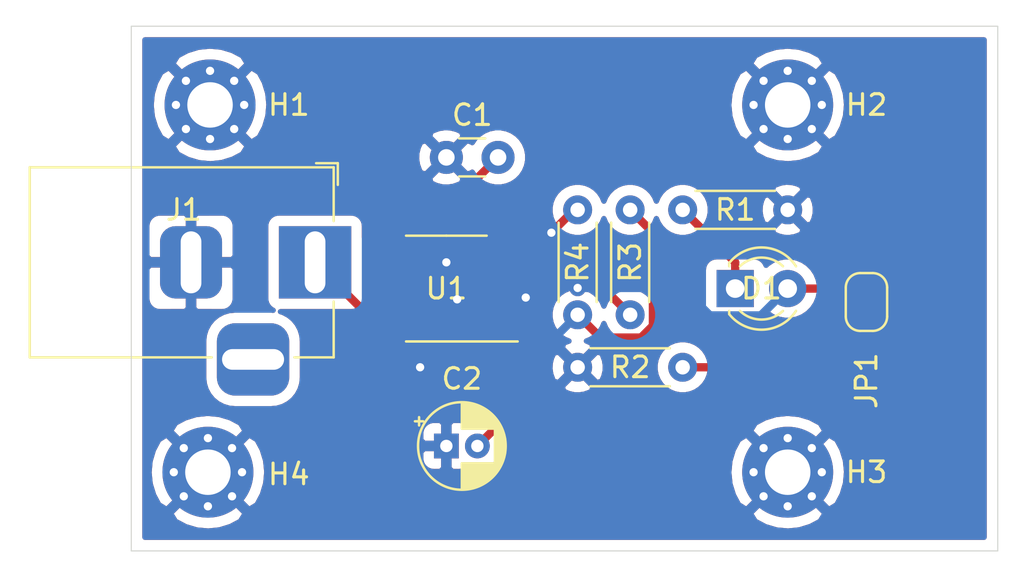
<source format=kicad_pcb>
(kicad_pcb (version 20171130) (host pcbnew 5.1.6+dfsg1-1)

  (general
    (thickness 1.6)
    (drawings 4)
    (tracks 69)
    (zones 0)
    (modules 14)
    (nets 9)
  )

  (page A4)
  (layers
    (0 F.Cu signal)
    (31 B.Cu signal)
    (32 B.Adhes user)
    (33 F.Adhes user)
    (34 B.Paste user)
    (35 F.Paste user)
    (36 B.SilkS user)
    (37 F.SilkS user)
    (38 B.Mask user)
    (39 F.Mask user)
    (40 Dwgs.User user)
    (41 Cmts.User user)
    (42 Eco1.User user)
    (43 Eco2.User user)
    (44 Edge.Cuts user)
    (45 Margin user)
    (46 B.CrtYd user)
    (47 F.CrtYd user)
    (48 B.Fab user)
    (49 F.Fab user)
  )

  (setup
    (last_trace_width 0.4)
    (user_trace_width 0.25)
    (user_trace_width 0.3)
    (user_trace_width 0.4)
    (trace_clearance 0.2)
    (zone_clearance 0.508)
    (zone_45_only no)
    (trace_min 0.2)
    (via_size 0.8)
    (via_drill 0.4)
    (via_min_size 0.4)
    (via_min_drill 0.3)
    (uvia_size 0.3)
    (uvia_drill 0.1)
    (uvias_allowed no)
    (uvia_min_size 0.2)
    (uvia_min_drill 0.1)
    (edge_width 0.05)
    (segment_width 0.2)
    (pcb_text_width 0.3)
    (pcb_text_size 1.5 1.5)
    (mod_edge_width 0.12)
    (mod_text_size 1 1)
    (mod_text_width 0.15)
    (pad_size 1.524 1.524)
    (pad_drill 0.762)
    (pad_to_mask_clearance 0.05)
    (aux_axis_origin 0 0)
    (visible_elements FFFFFF7F)
    (pcbplotparams
      (layerselection 0x010fc_ffffffff)
      (usegerberextensions false)
      (usegerberattributes true)
      (usegerberadvancedattributes true)
      (creategerberjobfile true)
      (excludeedgelayer true)
      (linewidth 0.100000)
      (plotframeref false)
      (viasonmask false)
      (mode 1)
      (useauxorigin false)
      (hpglpennumber 1)
      (hpglpenspeed 20)
      (hpglpendiameter 15.000000)
      (psnegative false)
      (psa4output false)
      (plotreference true)
      (plotvalue true)
      (plotinvisibletext false)
      (padsonsilk false)
      (subtractmaskfromsilk false)
      (outputformat 1)
      (mirror false)
      (drillshape 1)
      (scaleselection 1)
      (outputdirectory ""))
  )

  (net 0 "")
  (net 1 GND)
  (net 2 "Net-(C1-Pad2)")
  (net 3 TR)
  (net 4 "Net-(D1-Pad1)")
  (net 5 OUT)
  (net 6 VDD)
  (net 7 "Net-(JP1-Pad2)")
  (net 8 "Net-(R3-Pad1)")

  (net_class Default "This is the default net class."
    (clearance 0.2)
    (trace_width 0.25)
    (via_dia 0.8)
    (via_drill 0.4)
    (uvia_dia 0.3)
    (uvia_drill 0.1)
    (add_net GND)
    (add_net "Net-(C1-Pad2)")
    (add_net "Net-(D1-Pad1)")
    (add_net "Net-(JP1-Pad2)")
    (add_net "Net-(R3-Pad1)")
    (add_net OUT)
    (add_net TR)
    (add_net VDD)
  )

  (module Capacitor_THT:C_Disc_D3.0mm_W1.6mm_P2.50mm (layer F.Cu) (tedit 5AE50EF0) (tstamp 608C4C27)
    (at 76.2 50.8)
    (descr "C, Disc series, Radial, pin pitch=2.50mm, , diameter*width=3.0*1.6mm^2, Capacitor, http://www.vishay.com/docs/45233/krseries.pdf")
    (tags "C Disc series Radial pin pitch 2.50mm  diameter 3.0mm width 1.6mm Capacitor")
    (path /608C9F40)
    (fp_text reference C1 (at 1.25 -2.05) (layer F.SilkS)
      (effects (font (size 1 1) (thickness 0.15)))
    )
    (fp_text value 100nF (at 1.25 2.05) (layer F.Fab)
      (effects (font (size 1 1) (thickness 0.15)))
    )
    (fp_line (start -0.25 -0.8) (end -0.25 0.8) (layer F.Fab) (width 0.1))
    (fp_line (start -0.25 0.8) (end 2.75 0.8) (layer F.Fab) (width 0.1))
    (fp_line (start 2.75 0.8) (end 2.75 -0.8) (layer F.Fab) (width 0.1))
    (fp_line (start 2.75 -0.8) (end -0.25 -0.8) (layer F.Fab) (width 0.1))
    (fp_line (start 0.621 -0.92) (end 1.879 -0.92) (layer F.SilkS) (width 0.12))
    (fp_line (start 0.621 0.92) (end 1.879 0.92) (layer F.SilkS) (width 0.12))
    (fp_line (start -1.05 -1.05) (end -1.05 1.05) (layer F.CrtYd) (width 0.05))
    (fp_line (start -1.05 1.05) (end 3.55 1.05) (layer F.CrtYd) (width 0.05))
    (fp_line (start 3.55 1.05) (end 3.55 -1.05) (layer F.CrtYd) (width 0.05))
    (fp_line (start 3.55 -1.05) (end -1.05 -1.05) (layer F.CrtYd) (width 0.05))
    (fp_text user %R (at 1.25 0) (layer F.Fab)
      (effects (font (size 0.6 0.6) (thickness 0.09)))
    )
    (pad 1 thru_hole circle (at 0 0) (size 1.6 1.6) (drill 0.8) (layers *.Cu *.Mask)
      (net 1 GND))
    (pad 2 thru_hole circle (at 2.5 0) (size 1.6 1.6) (drill 0.8) (layers *.Cu *.Mask)
      (net 2 "Net-(C1-Pad2)"))
    (model ${KISYS3DMOD}/Capacitor_THT.3dshapes/C_Disc_D3.0mm_W1.6mm_P2.50mm.wrl
      (at (xyz 0 0 0))
      (scale (xyz 1 1 1))
      (rotate (xyz 0 0 0))
    )
  )

  (module Capacitor_THT:CP_Radial_D4.0mm_P1.50mm (layer F.Cu) (tedit 5AE50EF0) (tstamp 608C4C92)
    (at 76.2 64.77)
    (descr "CP, Radial series, Radial, pin pitch=1.50mm, , diameter=4mm, Electrolytic Capacitor")
    (tags "CP Radial series Radial pin pitch 1.50mm  diameter 4mm Electrolytic Capacitor")
    (path /608E0002)
    (fp_text reference C2 (at 0.75 -3.25) (layer F.SilkS)
      (effects (font (size 1 1) (thickness 0.15)))
    )
    (fp_text value 10uF (at 0.75 3.25) (layer F.Fab)
      (effects (font (size 1 1) (thickness 0.15)))
    )
    (fp_circle (center 0.75 0) (end 2.75 0) (layer F.Fab) (width 0.1))
    (fp_circle (center 0.75 0) (end 2.87 0) (layer F.SilkS) (width 0.12))
    (fp_circle (center 0.75 0) (end 3 0) (layer F.CrtYd) (width 0.05))
    (fp_line (start -0.952554 -0.8675) (end -0.552554 -0.8675) (layer F.Fab) (width 0.1))
    (fp_line (start -0.752554 -1.0675) (end -0.752554 -0.6675) (layer F.Fab) (width 0.1))
    (fp_line (start 0.75 0.84) (end 0.75 2.08) (layer F.SilkS) (width 0.12))
    (fp_line (start 0.75 -2.08) (end 0.75 -0.84) (layer F.SilkS) (width 0.12))
    (fp_line (start 0.79 0.84) (end 0.79 2.08) (layer F.SilkS) (width 0.12))
    (fp_line (start 0.79 -2.08) (end 0.79 -0.84) (layer F.SilkS) (width 0.12))
    (fp_line (start 0.83 0.84) (end 0.83 2.079) (layer F.SilkS) (width 0.12))
    (fp_line (start 0.83 -2.079) (end 0.83 -0.84) (layer F.SilkS) (width 0.12))
    (fp_line (start 0.87 -2.077) (end 0.87 -0.84) (layer F.SilkS) (width 0.12))
    (fp_line (start 0.87 0.84) (end 0.87 2.077) (layer F.SilkS) (width 0.12))
    (fp_line (start 0.91 -2.074) (end 0.91 -0.84) (layer F.SilkS) (width 0.12))
    (fp_line (start 0.91 0.84) (end 0.91 2.074) (layer F.SilkS) (width 0.12))
    (fp_line (start 0.95 -2.071) (end 0.95 -0.84) (layer F.SilkS) (width 0.12))
    (fp_line (start 0.95 0.84) (end 0.95 2.071) (layer F.SilkS) (width 0.12))
    (fp_line (start 0.99 -2.067) (end 0.99 -0.84) (layer F.SilkS) (width 0.12))
    (fp_line (start 0.99 0.84) (end 0.99 2.067) (layer F.SilkS) (width 0.12))
    (fp_line (start 1.03 -2.062) (end 1.03 -0.84) (layer F.SilkS) (width 0.12))
    (fp_line (start 1.03 0.84) (end 1.03 2.062) (layer F.SilkS) (width 0.12))
    (fp_line (start 1.07 -2.056) (end 1.07 -0.84) (layer F.SilkS) (width 0.12))
    (fp_line (start 1.07 0.84) (end 1.07 2.056) (layer F.SilkS) (width 0.12))
    (fp_line (start 1.11 -2.05) (end 1.11 -0.84) (layer F.SilkS) (width 0.12))
    (fp_line (start 1.11 0.84) (end 1.11 2.05) (layer F.SilkS) (width 0.12))
    (fp_line (start 1.15 -2.042) (end 1.15 -0.84) (layer F.SilkS) (width 0.12))
    (fp_line (start 1.15 0.84) (end 1.15 2.042) (layer F.SilkS) (width 0.12))
    (fp_line (start 1.19 -2.034) (end 1.19 -0.84) (layer F.SilkS) (width 0.12))
    (fp_line (start 1.19 0.84) (end 1.19 2.034) (layer F.SilkS) (width 0.12))
    (fp_line (start 1.23 -2.025) (end 1.23 -0.84) (layer F.SilkS) (width 0.12))
    (fp_line (start 1.23 0.84) (end 1.23 2.025) (layer F.SilkS) (width 0.12))
    (fp_line (start 1.27 -2.016) (end 1.27 -0.84) (layer F.SilkS) (width 0.12))
    (fp_line (start 1.27 0.84) (end 1.27 2.016) (layer F.SilkS) (width 0.12))
    (fp_line (start 1.31 -2.005) (end 1.31 -0.84) (layer F.SilkS) (width 0.12))
    (fp_line (start 1.31 0.84) (end 1.31 2.005) (layer F.SilkS) (width 0.12))
    (fp_line (start 1.35 -1.994) (end 1.35 -0.84) (layer F.SilkS) (width 0.12))
    (fp_line (start 1.35 0.84) (end 1.35 1.994) (layer F.SilkS) (width 0.12))
    (fp_line (start 1.39 -1.982) (end 1.39 -0.84) (layer F.SilkS) (width 0.12))
    (fp_line (start 1.39 0.84) (end 1.39 1.982) (layer F.SilkS) (width 0.12))
    (fp_line (start 1.43 -1.968) (end 1.43 -0.84) (layer F.SilkS) (width 0.12))
    (fp_line (start 1.43 0.84) (end 1.43 1.968) (layer F.SilkS) (width 0.12))
    (fp_line (start 1.471 -1.954) (end 1.471 -0.84) (layer F.SilkS) (width 0.12))
    (fp_line (start 1.471 0.84) (end 1.471 1.954) (layer F.SilkS) (width 0.12))
    (fp_line (start 1.511 -1.94) (end 1.511 -0.84) (layer F.SilkS) (width 0.12))
    (fp_line (start 1.511 0.84) (end 1.511 1.94) (layer F.SilkS) (width 0.12))
    (fp_line (start 1.551 -1.924) (end 1.551 -0.84) (layer F.SilkS) (width 0.12))
    (fp_line (start 1.551 0.84) (end 1.551 1.924) (layer F.SilkS) (width 0.12))
    (fp_line (start 1.591 -1.907) (end 1.591 -0.84) (layer F.SilkS) (width 0.12))
    (fp_line (start 1.591 0.84) (end 1.591 1.907) (layer F.SilkS) (width 0.12))
    (fp_line (start 1.631 -1.889) (end 1.631 -0.84) (layer F.SilkS) (width 0.12))
    (fp_line (start 1.631 0.84) (end 1.631 1.889) (layer F.SilkS) (width 0.12))
    (fp_line (start 1.671 -1.87) (end 1.671 -0.84) (layer F.SilkS) (width 0.12))
    (fp_line (start 1.671 0.84) (end 1.671 1.87) (layer F.SilkS) (width 0.12))
    (fp_line (start 1.711 -1.851) (end 1.711 -0.84) (layer F.SilkS) (width 0.12))
    (fp_line (start 1.711 0.84) (end 1.711 1.851) (layer F.SilkS) (width 0.12))
    (fp_line (start 1.751 -1.83) (end 1.751 -0.84) (layer F.SilkS) (width 0.12))
    (fp_line (start 1.751 0.84) (end 1.751 1.83) (layer F.SilkS) (width 0.12))
    (fp_line (start 1.791 -1.808) (end 1.791 -0.84) (layer F.SilkS) (width 0.12))
    (fp_line (start 1.791 0.84) (end 1.791 1.808) (layer F.SilkS) (width 0.12))
    (fp_line (start 1.831 -1.785) (end 1.831 -0.84) (layer F.SilkS) (width 0.12))
    (fp_line (start 1.831 0.84) (end 1.831 1.785) (layer F.SilkS) (width 0.12))
    (fp_line (start 1.871 -1.76) (end 1.871 -0.84) (layer F.SilkS) (width 0.12))
    (fp_line (start 1.871 0.84) (end 1.871 1.76) (layer F.SilkS) (width 0.12))
    (fp_line (start 1.911 -1.735) (end 1.911 -0.84) (layer F.SilkS) (width 0.12))
    (fp_line (start 1.911 0.84) (end 1.911 1.735) (layer F.SilkS) (width 0.12))
    (fp_line (start 1.951 -1.708) (end 1.951 -0.84) (layer F.SilkS) (width 0.12))
    (fp_line (start 1.951 0.84) (end 1.951 1.708) (layer F.SilkS) (width 0.12))
    (fp_line (start 1.991 -1.68) (end 1.991 -0.84) (layer F.SilkS) (width 0.12))
    (fp_line (start 1.991 0.84) (end 1.991 1.68) (layer F.SilkS) (width 0.12))
    (fp_line (start 2.031 -1.65) (end 2.031 -0.84) (layer F.SilkS) (width 0.12))
    (fp_line (start 2.031 0.84) (end 2.031 1.65) (layer F.SilkS) (width 0.12))
    (fp_line (start 2.071 -1.619) (end 2.071 -0.84) (layer F.SilkS) (width 0.12))
    (fp_line (start 2.071 0.84) (end 2.071 1.619) (layer F.SilkS) (width 0.12))
    (fp_line (start 2.111 -1.587) (end 2.111 -0.84) (layer F.SilkS) (width 0.12))
    (fp_line (start 2.111 0.84) (end 2.111 1.587) (layer F.SilkS) (width 0.12))
    (fp_line (start 2.151 -1.552) (end 2.151 -0.84) (layer F.SilkS) (width 0.12))
    (fp_line (start 2.151 0.84) (end 2.151 1.552) (layer F.SilkS) (width 0.12))
    (fp_line (start 2.191 -1.516) (end 2.191 -0.84) (layer F.SilkS) (width 0.12))
    (fp_line (start 2.191 0.84) (end 2.191 1.516) (layer F.SilkS) (width 0.12))
    (fp_line (start 2.231 -1.478) (end 2.231 -0.84) (layer F.SilkS) (width 0.12))
    (fp_line (start 2.231 0.84) (end 2.231 1.478) (layer F.SilkS) (width 0.12))
    (fp_line (start 2.271 -1.438) (end 2.271 -0.84) (layer F.SilkS) (width 0.12))
    (fp_line (start 2.271 0.84) (end 2.271 1.438) (layer F.SilkS) (width 0.12))
    (fp_line (start 2.311 -1.396) (end 2.311 -0.84) (layer F.SilkS) (width 0.12))
    (fp_line (start 2.311 0.84) (end 2.311 1.396) (layer F.SilkS) (width 0.12))
    (fp_line (start 2.351 -1.351) (end 2.351 1.351) (layer F.SilkS) (width 0.12))
    (fp_line (start 2.391 -1.304) (end 2.391 1.304) (layer F.SilkS) (width 0.12))
    (fp_line (start 2.431 -1.254) (end 2.431 1.254) (layer F.SilkS) (width 0.12))
    (fp_line (start 2.471 -1.2) (end 2.471 1.2) (layer F.SilkS) (width 0.12))
    (fp_line (start 2.511 -1.142) (end 2.511 1.142) (layer F.SilkS) (width 0.12))
    (fp_line (start 2.551 -1.08) (end 2.551 1.08) (layer F.SilkS) (width 0.12))
    (fp_line (start 2.591 -1.013) (end 2.591 1.013) (layer F.SilkS) (width 0.12))
    (fp_line (start 2.631 -0.94) (end 2.631 0.94) (layer F.SilkS) (width 0.12))
    (fp_line (start 2.671 -0.859) (end 2.671 0.859) (layer F.SilkS) (width 0.12))
    (fp_line (start 2.711 -0.768) (end 2.711 0.768) (layer F.SilkS) (width 0.12))
    (fp_line (start 2.751 -0.664) (end 2.751 0.664) (layer F.SilkS) (width 0.12))
    (fp_line (start 2.791 -0.537) (end 2.791 0.537) (layer F.SilkS) (width 0.12))
    (fp_line (start 2.831 -0.37) (end 2.831 0.37) (layer F.SilkS) (width 0.12))
    (fp_line (start -1.519801 -1.195) (end -1.119801 -1.195) (layer F.SilkS) (width 0.12))
    (fp_line (start -1.319801 -1.395) (end -1.319801 -0.995) (layer F.SilkS) (width 0.12))
    (fp_text user %R (at 0.75 0) (layer F.Fab)
      (effects (font (size 0.8 0.8) (thickness 0.12)))
    )
    (pad 1 thru_hole rect (at 0 0) (size 1.2 1.2) (drill 0.6) (layers *.Cu *.Mask)
      (net 1 GND))
    (pad 2 thru_hole circle (at 1.5 0) (size 1.2 1.2) (drill 0.6) (layers *.Cu *.Mask)
      (net 3 TR))
    (model ${KISYS3DMOD}/Capacitor_THT.3dshapes/CP_Radial_D4.0mm_P1.50mm.wrl
      (at (xyz 0 0 0))
      (scale (xyz 1 1 1))
      (rotate (xyz 0 0 0))
    )
  )

  (module LED_THT:LED_D3.0mm (layer F.Cu) (tedit 587A3A7B) (tstamp 608C4CA5)
    (at 90.17 57.15)
    (descr "LED, diameter 3.0mm, 2 pins")
    (tags "LED diameter 3.0mm 2 pins")
    (path /608E5C68)
    (fp_text reference D1 (at 1.27 0) (layer F.SilkS)
      (effects (font (size 1 1) (thickness 0.15)))
    )
    (fp_text value LED (at 1.27 2.96) (layer F.Fab)
      (effects (font (size 1 1) (thickness 0.15)))
    )
    (fp_circle (center 1.27 0) (end 2.77 0) (layer F.Fab) (width 0.1))
    (fp_line (start -0.23 -1.16619) (end -0.23 1.16619) (layer F.Fab) (width 0.1))
    (fp_line (start -0.29 -1.236) (end -0.29 -1.08) (layer F.SilkS) (width 0.12))
    (fp_line (start -0.29 1.08) (end -0.29 1.236) (layer F.SilkS) (width 0.12))
    (fp_line (start -1.15 -2.25) (end -1.15 2.25) (layer F.CrtYd) (width 0.05))
    (fp_line (start -1.15 2.25) (end 3.7 2.25) (layer F.CrtYd) (width 0.05))
    (fp_line (start 3.7 2.25) (end 3.7 -2.25) (layer F.CrtYd) (width 0.05))
    (fp_line (start 3.7 -2.25) (end -1.15 -2.25) (layer F.CrtYd) (width 0.05))
    (fp_arc (start 1.27 0) (end -0.23 -1.16619) (angle 284.3) (layer F.Fab) (width 0.1))
    (fp_arc (start 1.27 0) (end -0.29 -1.235516) (angle 108.8) (layer F.SilkS) (width 0.12))
    (fp_arc (start 1.27 0) (end -0.29 1.235516) (angle -108.8) (layer F.SilkS) (width 0.12))
    (fp_arc (start 1.27 0) (end 0.229039 -1.08) (angle 87.9) (layer F.SilkS) (width 0.12))
    (fp_arc (start 1.27 0) (end 0.229039 1.08) (angle -87.9) (layer F.SilkS) (width 0.12))
    (pad 1 thru_hole rect (at 0 0) (size 1.8 1.8) (drill 0.9) (layers *.Cu *.Mask)
      (net 4 "Net-(D1-Pad1)"))
    (pad 2 thru_hole circle (at 2.54 0) (size 1.8 1.8) (drill 0.9) (layers *.Cu *.Mask)
      (net 5 OUT))
    (model ${KISYS3DMOD}/LED_THT.3dshapes/LED_D3.0mm.wrl
      (at (xyz 0 0 0))
      (scale (xyz 1 1 1))
      (rotate (xyz 0 0 0))
    )
  )

  (module MountingHole:MountingHole_2.2mm_M2_Pad_Via (layer F.Cu) (tedit 56DDB9C7) (tstamp 608C4CB5)
    (at 64.77 48.26)
    (descr "Mounting Hole 2.2mm, M2")
    (tags "mounting hole 2.2mm m2")
    (path /608EB8FD)
    (attr virtual)
    (fp_text reference H1 (at 3.81 0) (layer F.SilkS)
      (effects (font (size 1 1) (thickness 0.15)))
    )
    (fp_text value M1 (at 3.81 1.27) (layer F.Fab)
      (effects (font (size 1 1) (thickness 0.15)))
    )
    (fp_circle (center 0 0) (end 2.2 0) (layer Cmts.User) (width 0.15))
    (fp_circle (center 0 0) (end 2.45 0) (layer F.CrtYd) (width 0.05))
    (fp_text user %R (at 0.3 0) (layer F.Fab)
      (effects (font (size 1 1) (thickness 0.15)))
    )
    (pad 1 thru_hole circle (at 0 0) (size 4.4 4.4) (drill 2.2) (layers *.Cu *.Mask)
      (net 1 GND))
    (pad 1 thru_hole circle (at 1.65 0) (size 0.7 0.7) (drill 0.4) (layers *.Cu *.Mask)
      (net 1 GND))
    (pad 1 thru_hole circle (at 1.166726 1.166726) (size 0.7 0.7) (drill 0.4) (layers *.Cu *.Mask)
      (net 1 GND))
    (pad 1 thru_hole circle (at 0 1.65) (size 0.7 0.7) (drill 0.4) (layers *.Cu *.Mask)
      (net 1 GND))
    (pad 1 thru_hole circle (at -1.166726 1.166726) (size 0.7 0.7) (drill 0.4) (layers *.Cu *.Mask)
      (net 1 GND))
    (pad 1 thru_hole circle (at -1.65 0) (size 0.7 0.7) (drill 0.4) (layers *.Cu *.Mask)
      (net 1 GND))
    (pad 1 thru_hole circle (at -1.166726 -1.166726) (size 0.7 0.7) (drill 0.4) (layers *.Cu *.Mask)
      (net 1 GND))
    (pad 1 thru_hole circle (at 0 -1.65) (size 0.7 0.7) (drill 0.4) (layers *.Cu *.Mask)
      (net 1 GND))
    (pad 1 thru_hole circle (at 1.166726 -1.166726) (size 0.7 0.7) (drill 0.4) (layers *.Cu *.Mask)
      (net 1 GND))
  )

  (module MountingHole:MountingHole_2.2mm_M2_Pad_Via (layer F.Cu) (tedit 56DDB9C7) (tstamp 608C4CC5)
    (at 92.71 48.26)
    (descr "Mounting Hole 2.2mm, M2")
    (tags "mounting hole 2.2mm m2")
    (path /608EC783)
    (attr virtual)
    (fp_text reference H2 (at 3.81 0) (layer F.SilkS)
      (effects (font (size 1 1) (thickness 0.15)))
    )
    (fp_text value M2 (at 3.81 1.27) (layer F.Fab)
      (effects (font (size 1 1) (thickness 0.15)))
    )
    (fp_circle (center 0 0) (end 2.45 0) (layer F.CrtYd) (width 0.05))
    (fp_circle (center 0 0) (end 2.2 0) (layer Cmts.User) (width 0.15))
    (fp_text user %R (at 0.3 0) (layer F.Fab)
      (effects (font (size 1 1) (thickness 0.15)))
    )
    (pad 1 thru_hole circle (at 1.166726 -1.166726) (size 0.7 0.7) (drill 0.4) (layers *.Cu *.Mask)
      (net 1 GND))
    (pad 1 thru_hole circle (at 0 -1.65) (size 0.7 0.7) (drill 0.4) (layers *.Cu *.Mask)
      (net 1 GND))
    (pad 1 thru_hole circle (at -1.166726 -1.166726) (size 0.7 0.7) (drill 0.4) (layers *.Cu *.Mask)
      (net 1 GND))
    (pad 1 thru_hole circle (at -1.65 0) (size 0.7 0.7) (drill 0.4) (layers *.Cu *.Mask)
      (net 1 GND))
    (pad 1 thru_hole circle (at -1.166726 1.166726) (size 0.7 0.7) (drill 0.4) (layers *.Cu *.Mask)
      (net 1 GND))
    (pad 1 thru_hole circle (at 0 1.65) (size 0.7 0.7) (drill 0.4) (layers *.Cu *.Mask)
      (net 1 GND))
    (pad 1 thru_hole circle (at 1.166726 1.166726) (size 0.7 0.7) (drill 0.4) (layers *.Cu *.Mask)
      (net 1 GND))
    (pad 1 thru_hole circle (at 1.65 0) (size 0.7 0.7) (drill 0.4) (layers *.Cu *.Mask)
      (net 1 GND))
    (pad 1 thru_hole circle (at 0 0) (size 4.4 4.4) (drill 2.2) (layers *.Cu *.Mask)
      (net 1 GND))
  )

  (module MountingHole:MountingHole_2.2mm_M2_Pad_Via (layer F.Cu) (tedit 56DDB9C7) (tstamp 608C4CD5)
    (at 92.71 66.04)
    (descr "Mounting Hole 2.2mm, M2")
    (tags "mounting hole 2.2mm m2")
    (path /608EC9B0)
    (attr virtual)
    (fp_text reference H3 (at 3.81 0) (layer F.SilkS)
      (effects (font (size 1 1) (thickness 0.15)))
    )
    (fp_text value M3 (at 3.81 1.27) (layer F.Fab)
      (effects (font (size 1 1) (thickness 0.15)))
    )
    (fp_circle (center 0 0) (end 2.2 0) (layer Cmts.User) (width 0.15))
    (fp_circle (center 0 0) (end 2.45 0) (layer F.CrtYd) (width 0.05))
    (fp_text user %R (at 0.3 0) (layer F.Fab)
      (effects (font (size 1 1) (thickness 0.15)))
    )
    (pad 1 thru_hole circle (at 0 0) (size 4.4 4.4) (drill 2.2) (layers *.Cu *.Mask)
      (net 1 GND))
    (pad 1 thru_hole circle (at 1.65 0) (size 0.7 0.7) (drill 0.4) (layers *.Cu *.Mask)
      (net 1 GND))
    (pad 1 thru_hole circle (at 1.166726 1.166726) (size 0.7 0.7) (drill 0.4) (layers *.Cu *.Mask)
      (net 1 GND))
    (pad 1 thru_hole circle (at 0 1.65) (size 0.7 0.7) (drill 0.4) (layers *.Cu *.Mask)
      (net 1 GND))
    (pad 1 thru_hole circle (at -1.166726 1.166726) (size 0.7 0.7) (drill 0.4) (layers *.Cu *.Mask)
      (net 1 GND))
    (pad 1 thru_hole circle (at -1.65 0) (size 0.7 0.7) (drill 0.4) (layers *.Cu *.Mask)
      (net 1 GND))
    (pad 1 thru_hole circle (at -1.166726 -1.166726) (size 0.7 0.7) (drill 0.4) (layers *.Cu *.Mask)
      (net 1 GND))
    (pad 1 thru_hole circle (at 0 -1.65) (size 0.7 0.7) (drill 0.4) (layers *.Cu *.Mask)
      (net 1 GND))
    (pad 1 thru_hole circle (at 1.166726 -1.166726) (size 0.7 0.7) (drill 0.4) (layers *.Cu *.Mask)
      (net 1 GND))
  )

  (module MountingHole:MountingHole_2.2mm_M2_Pad_Via (layer F.Cu) (tedit 56DDB9C7) (tstamp 608C4CE5)
    (at 64.666726 66.04)
    (descr "Mounting Hole 2.2mm, M2")
    (tags "mounting hole 2.2mm m2")
    (path /608ECBD4)
    (attr virtual)
    (fp_text reference H4 (at 3.913274 0.103274) (layer F.SilkS)
      (effects (font (size 1 1) (thickness 0.15)))
    )
    (fp_text value M4 (at 3.913274 1.373274) (layer F.Fab)
      (effects (font (size 1 1) (thickness 0.15)))
    )
    (fp_circle (center 0 0) (end 2.45 0) (layer F.CrtYd) (width 0.05))
    (fp_circle (center 0 0) (end 2.2 0) (layer Cmts.User) (width 0.15))
    (fp_text user %R (at 0.3 0) (layer F.Fab)
      (effects (font (size 1 1) (thickness 0.15)))
    )
    (pad 1 thru_hole circle (at 1.166726 -1.166726) (size 0.7 0.7) (drill 0.4) (layers *.Cu *.Mask)
      (net 1 GND))
    (pad 1 thru_hole circle (at 0 -1.65) (size 0.7 0.7) (drill 0.4) (layers *.Cu *.Mask)
      (net 1 GND))
    (pad 1 thru_hole circle (at -1.166726 -1.166726) (size 0.7 0.7) (drill 0.4) (layers *.Cu *.Mask)
      (net 1 GND))
    (pad 1 thru_hole circle (at -1.65 0) (size 0.7 0.7) (drill 0.4) (layers *.Cu *.Mask)
      (net 1 GND))
    (pad 1 thru_hole circle (at -1.166726 1.166726) (size 0.7 0.7) (drill 0.4) (layers *.Cu *.Mask)
      (net 1 GND))
    (pad 1 thru_hole circle (at 0 1.65) (size 0.7 0.7) (drill 0.4) (layers *.Cu *.Mask)
      (net 1 GND))
    (pad 1 thru_hole circle (at 1.166726 1.166726) (size 0.7 0.7) (drill 0.4) (layers *.Cu *.Mask)
      (net 1 GND))
    (pad 1 thru_hole circle (at 1.65 0) (size 0.7 0.7) (drill 0.4) (layers *.Cu *.Mask)
      (net 1 GND))
    (pad 1 thru_hole circle (at 0 0) (size 4.4 4.4) (drill 2.2) (layers *.Cu *.Mask)
      (net 1 GND))
  )

  (module Connector_BarrelJack:BarrelJack_Horizontal (layer F.Cu) (tedit 5A1DBF6A) (tstamp 608C4D08)
    (at 69.85 55.88)
    (descr "DC Barrel Jack")
    (tags "Power Jack")
    (path /608BE22E)
    (fp_text reference J1 (at -6.35 -2.54) (layer F.SilkS)
      (effects (font (size 1 1) (thickness 0.15)))
    )
    (fp_text value jack (at -6.35 -3.81) (layer F.Fab)
      (effects (font (size 1 1) (thickness 0.15)))
    )
    (fp_line (start -0.003213 -4.505425) (end 0.8 -3.75) (layer F.Fab) (width 0.1))
    (fp_line (start 1.1 -3.75) (end 1.1 -4.8) (layer F.SilkS) (width 0.12))
    (fp_line (start 0.05 -4.8) (end 1.1 -4.8) (layer F.SilkS) (width 0.12))
    (fp_line (start 1 -4.5) (end 1 -4.75) (layer F.CrtYd) (width 0.05))
    (fp_line (start 1 -4.75) (end -14 -4.75) (layer F.CrtYd) (width 0.05))
    (fp_line (start 1 -4.5) (end 1 -2) (layer F.CrtYd) (width 0.05))
    (fp_line (start 1 -2) (end 2 -2) (layer F.CrtYd) (width 0.05))
    (fp_line (start 2 -2) (end 2 2) (layer F.CrtYd) (width 0.05))
    (fp_line (start 2 2) (end 1 2) (layer F.CrtYd) (width 0.05))
    (fp_line (start 1 2) (end 1 4.75) (layer F.CrtYd) (width 0.05))
    (fp_line (start 1 4.75) (end -1 4.75) (layer F.CrtYd) (width 0.05))
    (fp_line (start -1 4.75) (end -1 6.75) (layer F.CrtYd) (width 0.05))
    (fp_line (start -1 6.75) (end -5 6.75) (layer F.CrtYd) (width 0.05))
    (fp_line (start -5 6.75) (end -5 4.75) (layer F.CrtYd) (width 0.05))
    (fp_line (start -5 4.75) (end -14 4.75) (layer F.CrtYd) (width 0.05))
    (fp_line (start -14 4.75) (end -14 -4.75) (layer F.CrtYd) (width 0.05))
    (fp_line (start -5 4.6) (end -13.8 4.6) (layer F.SilkS) (width 0.12))
    (fp_line (start -13.8 4.6) (end -13.8 -4.6) (layer F.SilkS) (width 0.12))
    (fp_line (start 0.9 1.9) (end 0.9 4.6) (layer F.SilkS) (width 0.12))
    (fp_line (start 0.9 4.6) (end -1 4.6) (layer F.SilkS) (width 0.12))
    (fp_line (start -13.8 -4.6) (end 0.9 -4.6) (layer F.SilkS) (width 0.12))
    (fp_line (start 0.9 -4.6) (end 0.9 -2) (layer F.SilkS) (width 0.12))
    (fp_line (start -10.2 -4.5) (end -10.2 4.5) (layer F.Fab) (width 0.1))
    (fp_line (start -13.7 -4.5) (end -13.7 4.5) (layer F.Fab) (width 0.1))
    (fp_line (start -13.7 4.5) (end 0.8 4.5) (layer F.Fab) (width 0.1))
    (fp_line (start 0.8 4.5) (end 0.8 -3.75) (layer F.Fab) (width 0.1))
    (fp_line (start 0 -4.5) (end -13.7 -4.5) (layer F.Fab) (width 0.1))
    (fp_text user %R (at -6.35 -2.54) (layer F.Fab)
      (effects (font (size 1 1) (thickness 0.15)))
    )
    (pad 1 thru_hole rect (at 0 0) (size 3.5 3.5) (drill oval 1 3) (layers *.Cu *.Mask)
      (net 6 VDD))
    (pad 2 thru_hole roundrect (at -6 0) (size 3 3.5) (drill oval 1 3) (layers *.Cu *.Mask) (roundrect_rratio 0.25)
      (net 1 GND))
    (pad 3 thru_hole roundrect (at -3 4.7) (size 3.5 3.5) (drill oval 3 1) (layers *.Cu *.Mask) (roundrect_rratio 0.25))
    (model ${KISYS3DMOD}/Connector_BarrelJack.3dshapes/BarrelJack_Horizontal.wrl
      (at (xyz 0 0 0))
      (scale (xyz 1 1 1))
      (rotate (xyz 0 0 0))
    )
  )

  (module Jumper:SolderJumper-2_P1.3mm_Open_RoundedPad1.0x1.5mm (layer F.Cu) (tedit 5B391E66) (tstamp 608C4D1A)
    (at 96.52 57.8 270)
    (descr "SMD Solder Jumper, 1x1.5mm, rounded Pads, 0.3mm gap, open")
    (tags "solder jumper open")
    (path /608E6911)
    (attr virtual)
    (fp_text reference JP1 (at 3.81 0 90) (layer F.SilkS)
      (effects (font (size 1 1) (thickness 0.15)))
    )
    (fp_text value Cnn (at 0 -2.54 90) (layer F.Fab)
      (effects (font (size 1 1) (thickness 0.15)))
    )
    (fp_line (start -1.4 0.3) (end -1.4 -0.3) (layer F.SilkS) (width 0.12))
    (fp_line (start 0.7 1) (end -0.7 1) (layer F.SilkS) (width 0.12))
    (fp_line (start 1.4 -0.3) (end 1.4 0.3) (layer F.SilkS) (width 0.12))
    (fp_line (start -0.7 -1) (end 0.7 -1) (layer F.SilkS) (width 0.12))
    (fp_line (start -1.65 -1.25) (end 1.65 -1.25) (layer F.CrtYd) (width 0.05))
    (fp_line (start -1.65 -1.25) (end -1.65 1.25) (layer F.CrtYd) (width 0.05))
    (fp_line (start 1.65 1.25) (end 1.65 -1.25) (layer F.CrtYd) (width 0.05))
    (fp_line (start 1.65 1.25) (end -1.65 1.25) (layer F.CrtYd) (width 0.05))
    (fp_arc (start 0.7 -0.3) (end 1.4 -0.3) (angle -90) (layer F.SilkS) (width 0.12))
    (fp_arc (start 0.7 0.3) (end 0.7 1) (angle -90) (layer F.SilkS) (width 0.12))
    (fp_arc (start -0.7 0.3) (end -1.4 0.3) (angle -90) (layer F.SilkS) (width 0.12))
    (fp_arc (start -0.7 -0.3) (end -0.7 -1) (angle -90) (layer F.SilkS) (width 0.12))
    (pad 1 smd custom (at -0.65 0 270) (size 1 0.5) (layers F.Cu F.Mask)
      (net 5 OUT) (zone_connect 2)
      (options (clearance outline) (anchor rect))
      (primitives
        (gr_circle (center 0 0.25) (end 0.5 0.25) (width 0))
        (gr_circle (center 0 -0.25) (end 0.5 -0.25) (width 0))
        (gr_poly (pts
           (xy 0 -0.75) (xy 0.5 -0.75) (xy 0.5 0.75) (xy 0 0.75)) (width 0))
      ))
    (pad 2 smd custom (at 0.65 0 270) (size 1 0.5) (layers F.Cu F.Mask)
      (net 7 "Net-(JP1-Pad2)") (zone_connect 2)
      (options (clearance outline) (anchor rect))
      (primitives
        (gr_circle (center 0 0.25) (end 0.5 0.25) (width 0))
        (gr_circle (center 0 -0.25) (end 0.5 -0.25) (width 0))
        (gr_poly (pts
           (xy 0 -0.75) (xy -0.5 -0.75) (xy -0.5 0.75) (xy 0 0.75)) (width 0))
      ))
  )

  (module Resistor_THT:R_Axial_DIN0204_L3.6mm_D1.6mm_P5.08mm_Horizontal (layer F.Cu) (tedit 5AE5139B) (tstamp 608C4D3B)
    (at 82.55 60.96)
    (descr "Resistor, Axial_DIN0204 series, Axial, Horizontal, pin pitch=5.08mm, 0.167W, length*diameter=3.6*1.6mm^2, http://cdn-reichelt.de/documents/datenblatt/B400/1_4W%23YAG.pdf")
    (tags "Resistor Axial_DIN0204 series Axial Horizontal pin pitch 5.08mm 0.167W length 3.6mm diameter 1.6mm")
    (path /608E75BB)
    (fp_text reference R2 (at 2.54 0) (layer F.SilkS)
      (effects (font (size 1 1) (thickness 0.15)))
    )
    (fp_text value 150 (at 2.54 1.92) (layer F.Fab)
      (effects (font (size 1 1) (thickness 0.15)))
    )
    (fp_line (start 0.74 -0.8) (end 0.74 0.8) (layer F.Fab) (width 0.1))
    (fp_line (start 0.74 0.8) (end 4.34 0.8) (layer F.Fab) (width 0.1))
    (fp_line (start 4.34 0.8) (end 4.34 -0.8) (layer F.Fab) (width 0.1))
    (fp_line (start 4.34 -0.8) (end 0.74 -0.8) (layer F.Fab) (width 0.1))
    (fp_line (start 0 0) (end 0.74 0) (layer F.Fab) (width 0.1))
    (fp_line (start 5.08 0) (end 4.34 0) (layer F.Fab) (width 0.1))
    (fp_line (start 0.62 -0.92) (end 4.46 -0.92) (layer F.SilkS) (width 0.12))
    (fp_line (start 0.62 0.92) (end 4.46 0.92) (layer F.SilkS) (width 0.12))
    (fp_line (start -0.95 -1.05) (end -0.95 1.05) (layer F.CrtYd) (width 0.05))
    (fp_line (start -0.95 1.05) (end 6.03 1.05) (layer F.CrtYd) (width 0.05))
    (fp_line (start 6.03 1.05) (end 6.03 -1.05) (layer F.CrtYd) (width 0.05))
    (fp_line (start 6.03 -1.05) (end -0.95 -1.05) (layer F.CrtYd) (width 0.05))
    (fp_text user %R (at 2.54 0) (layer F.Fab)
      (effects (font (size 0.72 0.72) (thickness 0.108)))
    )
    (pad 1 thru_hole circle (at 0 0) (size 1.4 1.4) (drill 0.7) (layers *.Cu *.Mask)
      (net 1 GND))
    (pad 2 thru_hole oval (at 5.08 0) (size 1.4 1.4) (drill 0.7) (layers *.Cu *.Mask)
      (net 7 "Net-(JP1-Pad2)"))
    (model ${KISYS3DMOD}/Resistor_THT.3dshapes/R_Axial_DIN0204_L3.6mm_D1.6mm_P5.08mm_Horizontal.wrl
      (at (xyz 0 0 0))
      (scale (xyz 1 1 1))
      (rotate (xyz 0 0 0))
    )
  )

  (module Resistor_THT:R_Axial_DIN0204_L3.6mm_D1.6mm_P5.08mm_Horizontal (layer F.Cu) (tedit 5AE5139B) (tstamp 608C4D4E)
    (at 85.09 53.34 270)
    (descr "Resistor, Axial_DIN0204 series, Axial, Horizontal, pin pitch=5.08mm, 0.167W, length*diameter=3.6*1.6mm^2, http://cdn-reichelt.de/documents/datenblatt/B400/1_4W%23YAG.pdf")
    (tags "Resistor Axial_DIN0204 series Axial Horizontal pin pitch 5.08mm 0.167W length 3.6mm diameter 1.6mm")
    (path /608D4738)
    (fp_text reference R3 (at 2.54 0 90) (layer F.SilkS)
      (effects (font (size 1 1) (thickness 0.15)))
    )
    (fp_text value 150 (at 2.54 1.92 90) (layer F.Fab)
      (effects (font (size 1 1) (thickness 0.15)))
    )
    (fp_line (start 0.74 -0.8) (end 0.74 0.8) (layer F.Fab) (width 0.1))
    (fp_line (start 0.74 0.8) (end 4.34 0.8) (layer F.Fab) (width 0.1))
    (fp_line (start 4.34 0.8) (end 4.34 -0.8) (layer F.Fab) (width 0.1))
    (fp_line (start 4.34 -0.8) (end 0.74 -0.8) (layer F.Fab) (width 0.1))
    (fp_line (start 0 0) (end 0.74 0) (layer F.Fab) (width 0.1))
    (fp_line (start 5.08 0) (end 4.34 0) (layer F.Fab) (width 0.1))
    (fp_line (start 0.62 -0.92) (end 4.46 -0.92) (layer F.SilkS) (width 0.12))
    (fp_line (start 0.62 0.92) (end 4.46 0.92) (layer F.SilkS) (width 0.12))
    (fp_line (start -0.95 -1.05) (end -0.95 1.05) (layer F.CrtYd) (width 0.05))
    (fp_line (start -0.95 1.05) (end 6.03 1.05) (layer F.CrtYd) (width 0.05))
    (fp_line (start 6.03 1.05) (end 6.03 -1.05) (layer F.CrtYd) (width 0.05))
    (fp_line (start 6.03 -1.05) (end -0.95 -1.05) (layer F.CrtYd) (width 0.05))
    (fp_text user %R (at 2.54 0 90) (layer F.Fab)
      (effects (font (size 0.72 0.72) (thickness 0.108)))
    )
    (pad 1 thru_hole circle (at 0 0 270) (size 1.4 1.4) (drill 0.7) (layers *.Cu *.Mask)
      (net 8 "Net-(R3-Pad1)"))
    (pad 2 thru_hole oval (at 5.08 0 270) (size 1.4 1.4) (drill 0.7) (layers *.Cu *.Mask)
      (net 6 VDD))
    (model ${KISYS3DMOD}/Resistor_THT.3dshapes/R_Axial_DIN0204_L3.6mm_D1.6mm_P5.08mm_Horizontal.wrl
      (at (xyz 0 0 0))
      (scale (xyz 1 1 1))
      (rotate (xyz 0 0 0))
    )
  )

  (module Resistor_THT:R_Axial_DIN0204_L3.6mm_D1.6mm_P5.08mm_Horizontal (layer F.Cu) (tedit 5AE5139B) (tstamp 608C4D61)
    (at 82.55 53.34 270)
    (descr "Resistor, Axial_DIN0204 series, Axial, Horizontal, pin pitch=5.08mm, 0.167W, length*diameter=3.6*1.6mm^2, http://cdn-reichelt.de/documents/datenblatt/B400/1_4W%23YAG.pdf")
    (tags "Resistor Axial_DIN0204 series Axial Horizontal pin pitch 5.08mm 0.167W length 3.6mm diameter 1.6mm")
    (path /608DD008)
    (fp_text reference R4 (at 2.54 0 90) (layer F.SilkS)
      (effects (font (size 1 1) (thickness 0.15)))
    )
    (fp_text value 72k (at 2.54 1.92 90) (layer F.Fab)
      (effects (font (size 1 1) (thickness 0.15)))
    )
    (fp_line (start 6.03 -1.05) (end -0.95 -1.05) (layer F.CrtYd) (width 0.05))
    (fp_line (start 6.03 1.05) (end 6.03 -1.05) (layer F.CrtYd) (width 0.05))
    (fp_line (start -0.95 1.05) (end 6.03 1.05) (layer F.CrtYd) (width 0.05))
    (fp_line (start -0.95 -1.05) (end -0.95 1.05) (layer F.CrtYd) (width 0.05))
    (fp_line (start 0.62 0.92) (end 4.46 0.92) (layer F.SilkS) (width 0.12))
    (fp_line (start 0.62 -0.92) (end 4.46 -0.92) (layer F.SilkS) (width 0.12))
    (fp_line (start 5.08 0) (end 4.34 0) (layer F.Fab) (width 0.1))
    (fp_line (start 0 0) (end 0.74 0) (layer F.Fab) (width 0.1))
    (fp_line (start 4.34 -0.8) (end 0.74 -0.8) (layer F.Fab) (width 0.1))
    (fp_line (start 4.34 0.8) (end 4.34 -0.8) (layer F.Fab) (width 0.1))
    (fp_line (start 0.74 0.8) (end 4.34 0.8) (layer F.Fab) (width 0.1))
    (fp_line (start 0.74 -0.8) (end 0.74 0.8) (layer F.Fab) (width 0.1))
    (fp_text user %R (at 2.54 0 90) (layer F.Fab)
      (effects (font (size 0.72 0.72) (thickness 0.108)))
    )
    (pad 2 thru_hole oval (at 5.08 0 270) (size 1.4 1.4) (drill 0.7) (layers *.Cu *.Mask)
      (net 8 "Net-(R3-Pad1)"))
    (pad 1 thru_hole circle (at 0 0 270) (size 1.4 1.4) (drill 0.7) (layers *.Cu *.Mask)
      (net 3 TR))
    (model ${KISYS3DMOD}/Resistor_THT.3dshapes/R_Axial_DIN0204_L3.6mm_D1.6mm_P5.08mm_Horizontal.wrl
      (at (xyz 0 0 0))
      (scale (xyz 1 1 1))
      (rotate (xyz 0 0 0))
    )
  )

  (module Package_SO:SOIC-8_3.9x4.9mm_P1.27mm (layer F.Cu) (tedit 5D9F72B1) (tstamp 608C5661)
    (at 76.2 57.15 180)
    (descr "SOIC, 8 Pin (JEDEC MS-012AA, https://www.analog.com/media/en/package-pcb-resources/package/pkg_pdf/soic_narrow-r/r_8.pdf), generated with kicad-footprint-generator ipc_gullwing_generator.py")
    (tags "SOIC SO")
    (path /608BBD10)
    (attr smd)
    (fp_text reference U1 (at 0 0) (layer F.SilkS)
      (effects (font (size 1 1) (thickness 0.15)))
    )
    (fp_text value NE555D (at 0 3.4) (layer F.Fab)
      (effects (font (size 1 1) (thickness 0.15)))
    )
    (fp_line (start 0 2.56) (end 1.95 2.56) (layer F.SilkS) (width 0.12))
    (fp_line (start 0 2.56) (end -1.95 2.56) (layer F.SilkS) (width 0.12))
    (fp_line (start 0 -2.56) (end 1.95 -2.56) (layer F.SilkS) (width 0.12))
    (fp_line (start 0 -2.56) (end -3.45 -2.56) (layer F.SilkS) (width 0.12))
    (fp_line (start -0.975 -2.45) (end 1.95 -2.45) (layer F.Fab) (width 0.1))
    (fp_line (start 1.95 -2.45) (end 1.95 2.45) (layer F.Fab) (width 0.1))
    (fp_line (start 1.95 2.45) (end -1.95 2.45) (layer F.Fab) (width 0.1))
    (fp_line (start -1.95 2.45) (end -1.95 -1.475) (layer F.Fab) (width 0.1))
    (fp_line (start -1.95 -1.475) (end -0.975 -2.45) (layer F.Fab) (width 0.1))
    (fp_line (start -3.7 -2.7) (end -3.7 2.7) (layer F.CrtYd) (width 0.05))
    (fp_line (start -3.7 2.7) (end 3.7 2.7) (layer F.CrtYd) (width 0.05))
    (fp_line (start 3.7 2.7) (end 3.7 -2.7) (layer F.CrtYd) (width 0.05))
    (fp_line (start 3.7 -2.7) (end -3.7 -2.7) (layer F.CrtYd) (width 0.05))
    (fp_text user %R (at 0 0) (layer F.Fab)
      (effects (font (size 0.98 0.98) (thickness 0.15)))
    )
    (pad 1 smd roundrect (at -2.475 -1.905 180) (size 1.95 0.6) (layers F.Cu F.Paste F.Mask) (roundrect_rratio 0.25)
      (net 1 GND))
    (pad 2 smd roundrect (at -2.475 -0.635 180) (size 1.95 0.6) (layers F.Cu F.Paste F.Mask) (roundrect_rratio 0.25)
      (net 3 TR))
    (pad 3 smd roundrect (at -2.475 0.635 180) (size 1.95 0.6) (layers F.Cu F.Paste F.Mask) (roundrect_rratio 0.25)
      (net 5 OUT))
    (pad 4 smd roundrect (at -2.475 1.905 180) (size 1.95 0.6) (layers F.Cu F.Paste F.Mask) (roundrect_rratio 0.25)
      (net 6 VDD))
    (pad 5 smd roundrect (at 2.475 1.905 180) (size 1.95 0.6) (layers F.Cu F.Paste F.Mask) (roundrect_rratio 0.25)
      (net 2 "Net-(C1-Pad2)"))
    (pad 6 smd roundrect (at 2.475 0.635 180) (size 1.95 0.6) (layers F.Cu F.Paste F.Mask) (roundrect_rratio 0.25)
      (net 3 TR))
    (pad 7 smd roundrect (at 2.475 -0.635 180) (size 1.95 0.6) (layers F.Cu F.Paste F.Mask) (roundrect_rratio 0.25)
      (net 8 "Net-(R3-Pad1)"))
    (pad 8 smd roundrect (at 2.475 -1.905 180) (size 1.95 0.6) (layers F.Cu F.Paste F.Mask) (roundrect_rratio 0.25)
      (net 6 VDD))
    (model ${KISYS3DMOD}/Package_SO.3dshapes/SOIC-8_3.9x4.9mm_P1.27mm.wrl
      (at (xyz 0 0 0))
      (scale (xyz 1 1 1))
      (rotate (xyz 0 0 0))
    )
  )

  (module Resistor_THT:R_Axial_DIN0204_L3.6mm_D1.6mm_P5.08mm_Horizontal (layer F.Cu) (tedit 5AE5139B) (tstamp 608C57FE)
    (at 92.71 53.34 180)
    (descr "Resistor, Axial_DIN0204 series, Axial, Horizontal, pin pitch=5.08mm, 0.167W, length*diameter=3.6*1.6mm^2, http://cdn-reichelt.de/documents/datenblatt/B400/1_4W%23YAG.pdf")
    (tags "Resistor Axial_DIN0204 series Axial Horizontal pin pitch 5.08mm 0.167W length 3.6mm diameter 1.6mm")
    (path /608E715D)
    (fp_text reference R1 (at 2.54 0) (layer F.SilkS)
      (effects (font (size 1 1) (thickness 0.15)))
    )
    (fp_text value 2k (at 2.54 1.92) (layer F.Fab)
      (effects (font (size 1 1) (thickness 0.15)))
    )
    (fp_line (start 6.03 -1.05) (end -0.95 -1.05) (layer F.CrtYd) (width 0.05))
    (fp_line (start 6.03 1.05) (end 6.03 -1.05) (layer F.CrtYd) (width 0.05))
    (fp_line (start -0.95 1.05) (end 6.03 1.05) (layer F.CrtYd) (width 0.05))
    (fp_line (start -0.95 -1.05) (end -0.95 1.05) (layer F.CrtYd) (width 0.05))
    (fp_line (start 0.62 0.92) (end 4.46 0.92) (layer F.SilkS) (width 0.12))
    (fp_line (start 0.62 -0.92) (end 4.46 -0.92) (layer F.SilkS) (width 0.12))
    (fp_line (start 5.08 0) (end 4.34 0) (layer F.Fab) (width 0.1))
    (fp_line (start 0 0) (end 0.74 0) (layer F.Fab) (width 0.1))
    (fp_line (start 4.34 -0.8) (end 0.74 -0.8) (layer F.Fab) (width 0.1))
    (fp_line (start 4.34 0.8) (end 4.34 -0.8) (layer F.Fab) (width 0.1))
    (fp_line (start 0.74 0.8) (end 4.34 0.8) (layer F.Fab) (width 0.1))
    (fp_line (start 0.74 -0.8) (end 0.74 0.8) (layer F.Fab) (width 0.1))
    (fp_text user %R (at 2.54 0) (layer F.Fab)
      (effects (font (size 0.72 0.72) (thickness 0.108)))
    )
    (pad 1 thru_hole circle (at 0 0 180) (size 1.4 1.4) (drill 0.7) (layers *.Cu *.Mask)
      (net 1 GND))
    (pad 2 thru_hole oval (at 5.08 0 180) (size 1.4 1.4) (drill 0.7) (layers *.Cu *.Mask)
      (net 4 "Net-(D1-Pad1)"))
    (model ${KISYS3DMOD}/Resistor_THT.3dshapes/R_Axial_DIN0204_L3.6mm_D1.6mm_P5.08mm_Horizontal.wrl
      (at (xyz 0 0 0))
      (scale (xyz 1 1 1))
      (rotate (xyz 0 0 0))
    )
  )

  (gr_line (start 102.87 44.45) (end 60.96 44.45) (layer Edge.Cuts) (width 0.05) (tstamp 608C5123))
  (gr_line (start 102.87 69.85) (end 102.87 44.45) (layer Edge.Cuts) (width 0.05))
  (gr_line (start 60.96 69.85) (end 102.87 69.85) (layer Edge.Cuts) (width 0.05))
  (gr_line (start 60.96 44.45) (end 60.96 69.85) (layer Edge.Cuts) (width 0.05))

  (segment (start 78.7 50.8) (end 76.2 53.3) (width 0.4) (layer F.Cu) (net 2))
  (segment (start 75.67 53.3) (end 73.725 55.245) (width 0.4) (layer F.Cu) (net 2))
  (segment (start 76.2 53.3) (end 75.67 53.3) (width 0.4) (layer F.Cu) (net 2))
  (via (at 76.2 55.88) (size 0.8) (drill 0.4) (layers F.Cu B.Cu) (net 3))
  (segment (start 75.565 56.515) (end 76.2 55.88) (width 0.4) (layer F.Cu) (net 3))
  (segment (start 73.725 56.515) (end 75.565 56.515) (width 0.4) (layer F.Cu) (net 3))
  (via (at 76.722103 57.672103) (size 0.8) (drill 0.4) (layers F.Cu B.Cu) (net 3))
  (segment (start 76.2 57.15) (end 76.722103 57.672103) (width 0.4) (layer B.Cu) (net 3))
  (segment (start 76.2 55.88) (end 76.2 57.15) (width 0.4) (layer B.Cu) (net 3))
  (segment (start 78.562103 57.672103) (end 78.675 57.785) (width 0.4) (layer F.Cu) (net 3))
  (segment (start 76.722103 57.672103) (end 78.562103 57.672103) (width 0.4) (layer F.Cu) (net 3))
  (via (at 81.28 54.445) (size 0.8) (drill 0.4) (layers F.Cu B.Cu) (net 3))
  (segment (start 82.385 53.34) (end 81.28 54.445) (width 0.4) (layer F.Cu) (net 3))
  (segment (start 82.55 53.34) (end 82.385 53.34) (width 0.4) (layer F.Cu) (net 3))
  (segment (start 81.28 54.445) (end 80.01 55.715) (width 0.4) (layer B.Cu) (net 3))
  (via (at 80.040006 57.585429) (size 0.8) (drill 0.4) (layers F.Cu B.Cu) (net 3))
  (segment (start 80.01 57.555423) (end 80.040006 57.585429) (width 0.4) (layer B.Cu) (net 3))
  (segment (start 80.01 55.715) (end 80.01 57.555423) (width 0.4) (layer B.Cu) (net 3))
  (segment (start 78.874571 57.585429) (end 78.675 57.785) (width 0.4) (layer F.Cu) (net 3))
  (segment (start 80.040006 57.585429) (end 78.874571 57.585429) (width 0.4) (layer F.Cu) (net 3))
  (segment (start 79.65 57.785) (end 78.675 57.785) (width 0.4) (layer F.Cu) (net 3))
  (segment (start 80.05001 58.18501) (end 79.65 57.785) (width 0.4) (layer F.Cu) (net 3))
  (segment (start 80.05001 62.41999) (end 80.05001 58.18501) (width 0.4) (layer F.Cu) (net 3))
  (segment (start 77.7 64.77) (end 80.05001 62.41999) (width 0.4) (layer F.Cu) (net 3))
  (segment (start 90.17 55.88) (end 87.63 53.34) (width 0.4) (layer F.Cu) (net 4))
  (segment (start 90.17 57.15) (end 90.17 55.88) (width 0.4) (layer F.Cu) (net 4))
  (via (at 82.55 57.119997) (size 0.8) (drill 0.4) (layers F.Cu B.Cu) (net 5))
  (segment (start 81.945003 56.515) (end 82.55 57.119997) (width 0.4) (layer F.Cu) (net 5))
  (segment (start 78.675 56.515) (end 81.945003 56.515) (width 0.4) (layer F.Cu) (net 5))
  (segment (start 91.409999 58.450001) (end 92.71 57.15) (width 0.4) (layer B.Cu) (net 5))
  (segment (start 88.949999 58.450001) (end 91.409999 58.450001) (width 0.4) (layer B.Cu) (net 5))
  (segment (start 87.619995 57.119997) (end 88.949999 58.450001) (width 0.4) (layer B.Cu) (net 5))
  (segment (start 82.55 57.119997) (end 87.619995 57.119997) (width 0.4) (layer B.Cu) (net 5))
  (segment (start 96.52 57.15) (end 92.71 57.15) (width 0.4) (layer F.Cu) (net 5))
  (segment (start 73.025 59.055) (end 73.725 59.055) (width 0.4) (layer F.Cu) (net 6))
  (segment (start 69.85 55.88) (end 73.025 59.055) (width 0.4) (layer F.Cu) (net 6))
  (segment (start 74.207834 59.055) (end 73.725 59.055) (width 0.4) (layer F.Cu) (net 6))
  (segment (start 78.675 55.245) (end 78.017834 55.245) (width 0.4) (layer F.Cu) (net 6))
  (segment (start 81.915 55.245) (end 85.09 58.42) (width 0.4) (layer F.Cu) (net 6))
  (segment (start 78.675 55.245) (end 81.915 55.245) (width 0.4) (layer F.Cu) (net 6))
  (segment (start 73.725 59.055) (end 73.725 61.025) (width 0.4) (layer F.Cu) (net 6))
  (segment (start 77.29999 55.64501) (end 77.7 55.245) (width 0.4) (layer F.Cu) (net 6))
  (segment (start 77.29999 56.892824) (end 77.29999 55.64501) (width 0.4) (layer F.Cu) (net 6))
  (segment (start 77.087167 56.680001) (end 77.29999 56.892824) (width 0.4) (layer F.Cu) (net 6))
  (segment (start 76.248541 56.680001) (end 77.087167 56.680001) (width 0.4) (layer F.Cu) (net 6))
  (segment (start 75.922102 57.00644) (end 76.248541 56.680001) (width 0.4) (layer F.Cu) (net 6))
  (segment (start 75.314001 61.760001) (end 75.922102 61.1519) (width 0.4) (layer F.Cu) (net 6))
  (segment (start 74.460001 61.760001) (end 75.314001 61.760001) (width 0.4) (layer F.Cu) (net 6))
  (segment (start 77.7 55.245) (end 78.675 55.245) (width 0.4) (layer F.Cu) (net 6))
  (segment (start 75.922102 61.1519) (end 75.922102 57.00644) (width 0.4) (layer F.Cu) (net 6))
  (segment (start 73.725 61.025) (end 74.460001 61.760001) (width 0.4) (layer F.Cu) (net 6))
  (segment (start 96.52 58.45) (end 95.22 58.45) (width 0.4) (layer F.Cu) (net 7))
  (segment (start 92.71 60.96) (end 87.63 60.96) (width 0.4) (layer F.Cu) (net 7))
  (segment (start 95.22 58.45) (end 92.71 60.96) (width 0.4) (layer F.Cu) (net 7))
  (segment (start 83.650001 59.520001) (end 82.55 58.42) (width 0.4) (layer F.Cu) (net 8))
  (segment (start 85.618001 59.520001) (end 83.650001 59.520001) (width 0.4) (layer F.Cu) (net 8))
  (segment (start 86.190001 58.948001) (end 85.618001 59.520001) (width 0.4) (layer F.Cu) (net 8))
  (segment (start 86.190001 54.440001) (end 86.190001 58.948001) (width 0.4) (layer F.Cu) (net 8))
  (segment (start 85.09 53.34) (end 86.190001 54.440001) (width 0.4) (layer F.Cu) (net 8))
  (segment (start 73.725 57.785) (end 74.295 57.785) (width 0.4) (layer F.Cu) (net 8))
  (segment (start 75.10001 60.78999) (end 74.93 60.96) (width 0.4) (layer F.Cu) (net 8))
  (via (at 74.93 60.96) (size 0.8) (drill 0.4) (layers F.Cu B.Cu) (net 8))
  (segment (start 75.10001 58.18501) (end 75.10001 60.78999) (width 0.4) (layer F.Cu) (net 8))
  (segment (start 74.7 57.785) (end 75.10001 58.18501) (width 0.4) (layer F.Cu) (net 8))
  (segment (start 73.725 57.785) (end 74.7 57.785) (width 0.4) (layer F.Cu) (net 8))
  (segment (start 74.93 60.96) (end 76.2 62.23) (width 0.4) (layer B.Cu) (net 8))
  (segment (start 76.2 62.23) (end 80.01 62.23) (width 0.4) (layer B.Cu) (net 8))
  (segment (start 80.01 60.96) (end 82.55 58.42) (width 0.4) (layer B.Cu) (net 8))
  (segment (start 80.01 62.23) (end 80.01 60.96) (width 0.4) (layer B.Cu) (net 8))

  (zone (net 1) (net_name GND) (layer F.Cu) (tstamp 0) (hatch edge 0.508)
    (connect_pads (clearance 0.508))
    (min_thickness 0.254)
    (fill yes (arc_segments 32) (thermal_gap 0.508) (thermal_bridge_width 0.508))
    (polygon
      (pts
        (xy 104.14 71.12) (xy 54.61 71.12) (xy 54.61 43.18) (xy 104.14 43.18)
      )
    )
    (filled_polygon
      (pts
        (xy 102.21 69.19) (xy 61.62 69.19) (xy 61.62 68.029775) (xy 62.856556 68.029775) (xy 63.096702 68.417018)
        (xy 63.590603 68.677641) (xy 64.125859 68.836901) (xy 64.6819 68.888678) (xy 65.237358 68.830981) (xy 65.770887 68.666028)
        (xy 66.23675 68.417018) (xy 66.476896 68.029775) (xy 90.89983 68.029775) (xy 91.139976 68.417018) (xy 91.633877 68.677641)
        (xy 92.169133 68.836901) (xy 92.725174 68.888678) (xy 93.280632 68.830981) (xy 93.814161 68.666028) (xy 94.280024 68.417018)
        (xy 94.52017 68.029775) (xy 92.71 66.219605) (xy 90.89983 68.029775) (xy 66.476896 68.029775) (xy 64.666726 66.219605)
        (xy 62.856556 68.029775) (xy 61.62 68.029775) (xy 61.62 66.055174) (xy 61.818048 66.055174) (xy 61.875745 66.610632)
        (xy 62.040698 67.144161) (xy 62.289708 67.610024) (xy 62.676951 67.85017) (xy 64.487121 66.04) (xy 64.846331 66.04)
        (xy 66.656501 67.85017) (xy 67.043744 67.610024) (xy 67.304367 67.116123) (xy 67.463627 66.580867) (xy 67.512578 66.055174)
        (xy 89.861322 66.055174) (xy 89.919019 66.610632) (xy 90.083972 67.144161) (xy 90.332982 67.610024) (xy 90.720225 67.85017)
        (xy 92.530395 66.04) (xy 92.889605 66.04) (xy 94.699775 67.85017) (xy 95.087018 67.610024) (xy 95.347641 67.116123)
        (xy 95.506901 66.580867) (xy 95.558678 66.024826) (xy 95.500981 65.469368) (xy 95.336028 64.935839) (xy 95.087018 64.469976)
        (xy 94.699775 64.22983) (xy 92.889605 66.04) (xy 92.530395 66.04) (xy 90.720225 64.22983) (xy 90.332982 64.469976)
        (xy 90.072359 64.963877) (xy 89.913099 65.499133) (xy 89.861322 66.055174) (xy 67.512578 66.055174) (xy 67.515404 66.024826)
        (xy 67.457707 65.469368) (xy 67.426986 65.37) (xy 74.961928 65.37) (xy 74.974188 65.494482) (xy 75.010498 65.61418)
        (xy 75.069463 65.724494) (xy 75.148815 65.821185) (xy 75.245506 65.900537) (xy 75.35582 65.959502) (xy 75.475518 65.995812)
        (xy 75.6 66.008072) (xy 75.91425 66.005) (xy 76.073 65.84625) (xy 76.073 64.897) (xy 75.12375 64.897)
        (xy 74.965 65.05575) (xy 74.961928 65.37) (xy 67.426986 65.37) (xy 67.292754 64.935839) (xy 67.043744 64.469976)
        (xy 66.656501 64.22983) (xy 64.846331 66.04) (xy 64.487121 66.04) (xy 62.676951 64.22983) (xy 62.289708 64.469976)
        (xy 62.029085 64.963877) (xy 61.869825 65.499133) (xy 61.818048 66.055174) (xy 61.62 66.055174) (xy 61.62 64.050225)
        (xy 62.856556 64.050225) (xy 64.666726 65.860395) (xy 66.357121 64.17) (xy 74.961928 64.17) (xy 74.965 64.48425)
        (xy 75.12375 64.643) (xy 76.073 64.643) (xy 76.073 63.69375) (xy 76.327 63.69375) (xy 76.327 64.643)
        (xy 76.347 64.643) (xy 76.347 64.897) (xy 76.327 64.897) (xy 76.327 65.84625) (xy 76.48575 66.005)
        (xy 76.8 66.008072) (xy 76.924482 65.995812) (xy 77.04418 65.959502) (xy 77.154494 65.900537) (xy 77.170478 65.887419)
        (xy 77.339764 65.95754) (xy 77.578363 66.005) (xy 77.821637 66.005) (xy 78.060236 65.95754) (xy 78.284992 65.864443)
        (xy 78.487267 65.729287) (xy 78.659287 65.557267) (xy 78.794443 65.354992) (xy 78.88754 65.130236) (xy 78.935 64.891637)
        (xy 78.935 64.648363) (xy 78.88754 64.409764) (xy 78.794443 64.185008) (xy 78.704384 64.050225) (xy 90.89983 64.050225)
        (xy 92.71 65.860395) (xy 94.52017 64.050225) (xy 94.280024 63.662982) (xy 93.786123 63.402359) (xy 93.250867 63.243099)
        (xy 92.694826 63.191322) (xy 92.139368 63.249019) (xy 91.605839 63.413972) (xy 91.139976 63.662982) (xy 90.89983 64.050225)
        (xy 78.704384 64.050225) (xy 78.659287 63.982733) (xy 78.487267 63.810713) (xy 78.284992 63.675557) (xy 78.060236 63.58246)
        (xy 77.821637 63.535) (xy 77.578363 63.535) (xy 77.339764 63.58246) (xy 77.170478 63.652581) (xy 77.154494 63.639463)
        (xy 77.04418 63.580498) (xy 76.924482 63.544188) (xy 76.8 63.531928) (xy 76.48575 63.535) (xy 76.327 63.69375)
        (xy 76.073 63.69375) (xy 75.91425 63.535) (xy 75.6 63.531928) (xy 75.475518 63.544188) (xy 75.35582 63.580498)
        (xy 75.245506 63.639463) (xy 75.148815 63.718815) (xy 75.069463 63.815506) (xy 75.010498 63.92582) (xy 74.974188 64.045518)
        (xy 74.961928 64.17) (xy 66.357121 64.17) (xy 66.476896 64.050225) (xy 66.23675 63.662982) (xy 65.742849 63.402359)
        (xy 65.207593 63.243099) (xy 64.651552 63.191322) (xy 64.096094 63.249019) (xy 63.562565 63.413972) (xy 63.096702 63.662982)
        (xy 62.856556 64.050225) (xy 61.62 64.050225) (xy 61.62 59.705) (xy 64.461928 59.705) (xy 64.461928 61.455)
        (xy 64.491001 61.750186) (xy 64.577104 62.034028) (xy 64.716927 62.295618) (xy 64.905097 62.524903) (xy 65.134382 62.713073)
        (xy 65.395972 62.852896) (xy 65.679814 62.938999) (xy 65.975 62.968072) (xy 67.725 62.968072) (xy 68.020186 62.938999)
        (xy 68.304028 62.852896) (xy 68.565618 62.713073) (xy 68.794903 62.524903) (xy 68.983073 62.295618) (xy 69.122896 62.034028)
        (xy 69.169235 61.881269) (xy 81.808336 61.881269) (xy 81.867797 62.115037) (xy 82.106242 62.225934) (xy 82.36174 62.288183)
        (xy 82.624473 62.29939) (xy 82.884344 62.259125) (xy 83.131366 62.168935) (xy 83.232203 62.115037) (xy 83.291664 61.881269)
        (xy 82.55 61.139605) (xy 81.808336 61.881269) (xy 69.169235 61.881269) (xy 69.208999 61.750186) (xy 69.238072 61.455)
        (xy 69.238072 61.034473) (xy 81.21061 61.034473) (xy 81.250875 61.294344) (xy 81.341065 61.541366) (xy 81.394963 61.642203)
        (xy 81.628731 61.701664) (xy 82.370395 60.96) (xy 82.729605 60.96) (xy 83.471269 61.701664) (xy 83.705037 61.642203)
        (xy 83.815934 61.403758) (xy 83.878183 61.14826) (xy 83.88939 60.885527) (xy 83.880557 60.828514) (xy 86.295 60.828514)
        (xy 86.295 61.091486) (xy 86.346304 61.349405) (xy 86.446939 61.592359) (xy 86.593038 61.811013) (xy 86.778987 61.996962)
        (xy 86.997641 62.143061) (xy 87.240595 62.243696) (xy 87.498514 62.295) (xy 87.761486 62.295) (xy 88.019405 62.243696)
        (xy 88.262359 62.143061) (xy 88.481013 61.996962) (xy 88.666962 61.811013) (xy 88.813061 61.592359) (xy 88.913696 61.349405)
        (xy 88.965 61.091486) (xy 88.965 60.828514) (xy 88.913696 60.570595) (xy 88.813061 60.327641) (xy 88.666962 60.108987)
        (xy 88.481013 59.923038) (xy 88.262359 59.776939) (xy 88.019405 59.676304) (xy 87.761486 59.625) (xy 87.498514 59.625)
        (xy 87.240595 59.676304) (xy 86.997641 59.776939) (xy 86.778987 59.923038) (xy 86.593038 60.108987) (xy 86.446939 60.327641)
        (xy 86.346304 60.570595) (xy 86.295 60.828514) (xy 83.880557 60.828514) (xy 83.849125 60.625656) (xy 83.758935 60.378634)
        (xy 83.705037 60.277797) (xy 83.471269 60.218336) (xy 82.729605 60.96) (xy 82.370395 60.96) (xy 81.628731 60.218336)
        (xy 81.394963 60.277797) (xy 81.284066 60.516242) (xy 81.221817 60.77174) (xy 81.21061 61.034473) (xy 69.238072 61.034473)
        (xy 69.238072 59.705) (xy 69.208999 59.409814) (xy 69.122896 59.125972) (xy 68.983073 58.864382) (xy 68.794903 58.635097)
        (xy 68.565618 58.446927) (xy 68.304028 58.307104) (xy 68.175357 58.268072) (xy 71.6 58.268072) (xy 71.724482 58.255812)
        (xy 71.84418 58.219502) (xy 71.954494 58.160537) (xy 72.051185 58.081185) (xy 72.118275 57.999436) (xy 72.127071 58.088745)
        (xy 72.171916 58.236582) (xy 72.244742 58.372829) (xy 72.283454 58.42) (xy 72.244742 58.467171) (xy 72.171916 58.603418)
        (xy 72.127071 58.751255) (xy 72.111928 58.905) (xy 72.111928 59.205) (xy 72.127071 59.358745) (xy 72.171916 59.506582)
        (xy 72.244742 59.642829) (xy 72.342749 59.762251) (xy 72.462171 59.860258) (xy 72.598418 59.933084) (xy 72.746255 59.977929)
        (xy 72.9 59.993072) (xy 74.55 59.993072) (xy 74.703745 59.977929) (xy 74.851582 59.933084) (xy 74.987829 59.860258)
        (xy 75.107251 59.762251) (xy 75.205258 59.642829) (xy 75.278084 59.506582) (xy 75.322929 59.358745) (xy 75.323297 59.355)
        (xy 77.061928 59.355) (xy 77.074188 59.479482) (xy 77.110498 59.59918) (xy 77.169463 59.709494) (xy 77.248815 59.806185)
        (xy 77.345506 59.885537) (xy 77.45582 59.944502) (xy 77.575518 59.980812) (xy 77.7 59.993072) (xy 78.38925 59.99)
        (xy 78.548 59.83125) (xy 78.548 59.182) (xy 78.802 59.182) (xy 78.802 59.83125) (xy 78.96075 59.99)
        (xy 79.65 59.993072) (xy 79.774482 59.980812) (xy 79.89418 59.944502) (xy 80.004494 59.885537) (xy 80.101185 59.806185)
        (xy 80.180537 59.709494) (xy 80.239502 59.59918) (xy 80.275812 59.479482) (xy 80.288072 59.355) (xy 80.285 59.34075)
        (xy 80.12625 59.182) (xy 78.802 59.182) (xy 78.548 59.182) (xy 77.22375 59.182) (xy 77.065 59.34075)
        (xy 77.061928 59.355) (xy 75.323297 59.355) (xy 75.338072 59.205) (xy 75.338072 58.905) (xy 75.322929 58.751255)
        (xy 75.278084 58.603418) (xy 75.205258 58.467171) (xy 75.166546 58.42) (xy 75.205258 58.372829) (xy 75.278084 58.236582)
        (xy 75.322929 58.088745) (xy 75.338072 57.935) (xy 75.338072 57.635) (xy 75.322929 57.481255) (xy 75.278084 57.333418)
        (xy 75.205258 57.197171) (xy 75.166546 57.15) (xy 75.205258 57.102829) (xy 75.278084 56.966582) (xy 75.322929 56.818745)
        (xy 75.338072 56.665) (xy 75.338072 56.365) (xy 75.322929 56.211255) (xy 75.278084 56.063418) (xy 75.205258 55.927171)
        (xy 75.166546 55.88) (xy 75.205258 55.832829) (xy 75.278084 55.696582) (xy 75.322929 55.548745) (xy 75.338072 55.395)
        (xy 75.338072 55.095) (xy 77.061928 55.095) (xy 77.061928 55.395) (xy 77.077071 55.548745) (xy 77.121916 55.696582)
        (xy 77.194742 55.832829) (xy 77.233454 55.88) (xy 77.194742 55.927171) (xy 77.121916 56.063418) (xy 77.077071 56.211255)
        (xy 77.061928 56.365) (xy 77.061928 56.665) (xy 77.077071 56.818745) (xy 77.121916 56.966582) (xy 77.194742 57.102829)
        (xy 77.233454 57.15) (xy 77.194742 57.197171) (xy 77.121916 57.333418) (xy 77.077071 57.481255) (xy 77.061928 57.635)
        (xy 77.061928 57.935) (xy 77.077071 58.088745) (xy 77.121916 58.236582) (xy 77.19373 58.370936) (xy 77.169463 58.400506)
        (xy 77.110498 58.51082) (xy 77.074188 58.630518) (xy 77.061928 58.755) (xy 77.065 58.76925) (xy 77.22375 58.928)
        (xy 78.548 58.928) (xy 78.548 58.908) (xy 78.802 58.908) (xy 78.802 58.928) (xy 80.12625 58.928)
        (xy 80.285 58.76925) (xy 80.288072 58.755) (xy 80.275812 58.630518) (xy 80.239502 58.51082) (xy 80.180537 58.400506)
        (xy 80.15627 58.370936) (xy 80.200325 58.288514) (xy 81.215 58.288514) (xy 81.215 58.551486) (xy 81.266304 58.809405)
        (xy 81.366939 59.052359) (xy 81.513038 59.271013) (xy 81.698987 59.456962) (xy 81.917641 59.603061) (xy 82.131444 59.691621)
        (xy 81.968634 59.751065) (xy 81.867797 59.804963) (xy 81.808336 60.038731) (xy 82.55 60.780395) (xy 83.291664 60.038731)
        (xy 83.232203 59.804963) (xy 82.993758 59.694066) (xy 82.974173 59.689294) (xy 83.182359 59.603061) (xy 83.401013 59.456962)
        (xy 83.586962 59.271013) (xy 83.733061 59.052359) (xy 83.82 58.84247) (xy 83.906939 59.052359) (xy 84.053038 59.271013)
        (xy 84.238987 59.456962) (xy 84.457641 59.603061) (xy 84.700595 59.703696) (xy 84.958514 59.755) (xy 85.221486 59.755)
        (xy 85.479405 59.703696) (xy 85.722359 59.603061) (xy 85.941013 59.456962) (xy 86.126962 59.271013) (xy 86.273061 59.052359)
        (xy 86.373696 58.809405) (xy 86.425 58.551486) (xy 86.425 58.288514) (xy 86.373696 58.030595) (xy 86.273061 57.787641)
        (xy 86.126962 57.568987) (xy 85.941013 57.383038) (xy 85.722359 57.236939) (xy 85.479405 57.136304) (xy 85.221486 57.085)
        (xy 84.958514 57.085) (xy 84.700595 57.136304) (xy 84.457641 57.236939) (xy 84.238987 57.383038) (xy 84.053038 57.568987)
        (xy 83.906939 57.787641) (xy 83.82 57.99753) (xy 83.733061 57.787641) (xy 83.586962 57.568987) (xy 83.401013 57.383038)
        (xy 83.182359 57.236939) (xy 82.939405 57.136304) (xy 82.681486 57.085) (xy 82.418514 57.085) (xy 82.160595 57.136304)
        (xy 81.917641 57.236939) (xy 81.698987 57.383038) (xy 81.513038 57.568987) (xy 81.366939 57.787641) (xy 81.266304 58.030595)
        (xy 81.215 58.288514) (xy 80.200325 58.288514) (xy 80.228084 58.236582) (xy 80.272929 58.088745) (xy 80.288072 57.935)
        (xy 80.288072 57.635) (xy 80.272929 57.481255) (xy 80.228084 57.333418) (xy 80.155258 57.197171) (xy 80.116546 57.15)
        (xy 80.155258 57.102829) (xy 80.228084 56.966582) (xy 80.272929 56.818745) (xy 80.288072 56.665) (xy 80.288072 56.365)
        (xy 80.276746 56.25) (xy 88.631928 56.25) (xy 88.631928 58.05) (xy 88.644188 58.174482) (xy 88.680498 58.29418)
        (xy 88.739463 58.404494) (xy 88.818815 58.501185) (xy 88.915506 58.580537) (xy 89.02582 58.639502) (xy 89.145518 58.675812)
        (xy 89.27 58.688072) (xy 91.07 58.688072) (xy 91.194482 58.675812) (xy 91.31418 58.639502) (xy 91.424494 58.580537)
        (xy 91.521185 58.501185) (xy 91.600537 58.404494) (xy 91.659502 58.29418) (xy 91.665056 58.275873) (xy 91.731495 58.342312)
        (xy 91.982905 58.510299) (xy 92.262257 58.626011) (xy 92.558816 58.685) (xy 92.861184 58.685) (xy 93.157743 58.626011)
        (xy 93.437095 58.510299) (xy 93.688505 58.342312) (xy 93.902312 58.128505) (xy 94.070299 57.877095) (xy 94.186011 57.597743)
        (xy 94.245 57.301184) (xy 94.245 57.15) (xy 95.131928 57.15) (xy 95.131928 57.65) (xy 95.144188 57.774482)
        (xy 95.151929 57.8) (xy 95.144188 57.825518) (xy 95.131928 57.95) (xy 95.131928 58.45) (xy 95.134336 58.47445)
        (xy 95.134336 58.499009) (xy 95.146596 58.62349) (xy 95.165718 58.719623) (xy 95.202027 58.839319) (xy 95.239536 58.929875)
        (xy 95.298502 59.040192) (xy 95.352958 59.121691) (xy 95.43231 59.218382) (xy 95.501618 59.28769) (xy 95.598309 59.367042)
        (xy 95.679808 59.421498) (xy 95.790125 59.480464) (xy 95.880681 59.517973) (xy 96.000377 59.554282) (xy 96.09651 59.573404)
        (xy 96.220991 59.585664) (xy 96.24555 59.585664) (xy 96.27 59.588072) (xy 96.77 59.588072) (xy 96.79445 59.585664)
        (xy 96.819009 59.585664) (xy 96.94349 59.573404) (xy 97.039623 59.554282) (xy 97.159319 59.517973) (xy 97.249875 59.480464)
        (xy 97.360192 59.421498) (xy 97.441691 59.367042) (xy 97.538382 59.28769) (xy 97.60769 59.218382) (xy 97.687042 59.121691)
        (xy 97.741498 59.040192) (xy 97.800464 58.929875) (xy 97.837973 58.839319) (xy 97.874282 58.719623) (xy 97.893404 58.62349)
        (xy 97.905664 58.499009) (xy 97.905664 58.47445) (xy 97.908072 58.45) (xy 97.908072 57.95) (xy 97.895812 57.825518)
        (xy 97.888071 57.8) (xy 97.895812 57.774482) (xy 97.908072 57.65) (xy 97.908072 57.15) (xy 97.905664 57.12555)
        (xy 97.905664 57.100991) (xy 97.893404 56.97651) (xy 97.874282 56.880377) (xy 97.837973 56.760681) (xy 97.800464 56.670125)
        (xy 97.741498 56.559808) (xy 97.687042 56.478309) (xy 97.60769 56.381618) (xy 97.538382 56.31231) (xy 97.441691 56.232958)
        (xy 97.360192 56.178502) (xy 97.249875 56.119536) (xy 97.159319 56.082027) (xy 97.039623 56.045718) (xy 96.94349 56.026596)
        (xy 96.819009 56.014336) (xy 96.79445 56.014336) (xy 96.77 56.011928) (xy 96.27 56.011928) (xy 96.24555 56.014336)
        (xy 96.220991 56.014336) (xy 96.09651 56.026596) (xy 96.000377 56.045718) (xy 95.880681 56.082027) (xy 95.790125 56.119536)
        (xy 95.679808 56.178502) (xy 95.598309 56.232958) (xy 95.501618 56.31231) (xy 95.43231 56.381618) (xy 95.352958 56.478309)
        (xy 95.298502 56.559808) (xy 95.239536 56.670125) (xy 95.202027 56.760681) (xy 95.165718 56.880377) (xy 95.146596 56.97651)
        (xy 95.134336 57.100991) (xy 95.134336 57.12555) (xy 95.131928 57.15) (xy 94.245 57.15) (xy 94.245 56.998816)
        (xy 94.186011 56.702257) (xy 94.070299 56.422905) (xy 93.902312 56.171495) (xy 93.688505 55.957688) (xy 93.437095 55.789701)
        (xy 93.157743 55.673989) (xy 92.861184 55.615) (xy 92.558816 55.615) (xy 92.262257 55.673989) (xy 91.982905 55.789701)
        (xy 91.731495 55.957688) (xy 91.665056 56.024127) (xy 91.659502 56.00582) (xy 91.600537 55.895506) (xy 91.521185 55.798815)
        (xy 91.424494 55.719463) (xy 91.31418 55.660498) (xy 91.194482 55.624188) (xy 91.07 55.611928) (xy 89.27 55.611928)
        (xy 89.145518 55.624188) (xy 89.02582 55.660498) (xy 88.915506 55.719463) (xy 88.818815 55.798815) (xy 88.739463 55.895506)
        (xy 88.680498 56.00582) (xy 88.644188 56.125518) (xy 88.631928 56.25) (xy 80.276746 56.25) (xy 80.272929 56.211255)
        (xy 80.228084 56.063418) (xy 80.155258 55.927171) (xy 80.116546 55.88) (xy 80.155258 55.832829) (xy 80.228084 55.696582)
        (xy 80.272929 55.548745) (xy 80.288072 55.395) (xy 80.288072 55.095) (xy 80.272929 54.941255) (xy 80.228084 54.793418)
        (xy 80.155258 54.657171) (xy 80.057251 54.537749) (xy 79.937829 54.439742) (xy 79.801582 54.366916) (xy 79.653745 54.322071)
        (xy 79.5 54.306928) (xy 77.85 54.306928) (xy 77.696255 54.322071) (xy 77.548418 54.366916) (xy 77.412171 54.439742)
        (xy 77.292749 54.537749) (xy 77.194742 54.657171) (xy 77.121916 54.793418) (xy 77.077071 54.941255) (xy 77.061928 55.095)
        (xy 75.338072 55.095) (xy 75.322929 54.941255) (xy 75.278084 54.793418) (xy 75.205258 54.657171) (xy 75.107251 54.537749)
        (xy 74.987829 54.439742) (xy 74.851582 54.366916) (xy 74.703745 54.322071) (xy 74.55 54.306928) (xy 72.9 54.306928)
        (xy 72.746255 54.322071) (xy 72.598418 54.366916) (xy 72.462171 54.439742) (xy 72.342749 54.537749) (xy 72.244742 54.657171)
        (xy 72.238072 54.66965) (xy 72.238072 54.13) (xy 72.225812 54.005518) (xy 72.189502 53.88582) (xy 72.130537 53.775506)
        (xy 72.051185 53.678815) (xy 71.954494 53.599463) (xy 71.84418 53.540498) (xy 71.724482 53.504188) (xy 71.6 53.491928)
        (xy 68.1 53.491928) (xy 67.975518 53.504188) (xy 67.85582 53.540498) (xy 67.745506 53.599463) (xy 67.648815 53.678815)
        (xy 67.569463 53.775506) (xy 67.510498 53.88582) (xy 67.474188 54.005518) (xy 67.461928 54.13) (xy 67.461928 57.63)
        (xy 67.474188 57.754482) (xy 67.510498 57.87418) (xy 67.569463 57.984494) (xy 67.648815 58.081185) (xy 67.745506 58.160537)
        (xy 67.822131 58.201494) (xy 67.725 58.191928) (xy 65.975 58.191928) (xy 65.679814 58.221001) (xy 65.395972 58.307104)
        (xy 65.134382 58.446927) (xy 64.905097 58.635097) (xy 64.716927 58.864382) (xy 64.577104 59.125972) (xy 64.491001 59.409814)
        (xy 64.461928 59.705) (xy 61.62 59.705) (xy 61.62 57.63) (xy 61.711928 57.63) (xy 61.724188 57.754482)
        (xy 61.760498 57.87418) (xy 61.819463 57.984494) (xy 61.898815 58.081185) (xy 61.995506 58.160537) (xy 62.10582 58.219502)
        (xy 62.225518 58.255812) (xy 62.35 58.268072) (xy 63.56425 58.265) (xy 63.723 58.10625) (xy 63.723 56.007)
        (xy 63.977 56.007) (xy 63.977 58.10625) (xy 64.13575 58.265) (xy 65.35 58.268072) (xy 65.474482 58.255812)
        (xy 65.59418 58.219502) (xy 65.704494 58.160537) (xy 65.801185 58.081185) (xy 65.880537 57.984494) (xy 65.939502 57.87418)
        (xy 65.975812 57.754482) (xy 65.988072 57.63) (xy 65.985 56.16575) (xy 65.82625 56.007) (xy 63.977 56.007)
        (xy 63.723 56.007) (xy 61.87375 56.007) (xy 61.715 56.16575) (xy 61.711928 57.63) (xy 61.62 57.63)
        (xy 61.62 54.13) (xy 61.711928 54.13) (xy 61.715 55.59425) (xy 61.87375 55.753) (xy 63.723 55.753)
        (xy 63.723 53.65375) (xy 63.977 53.65375) (xy 63.977 55.753) (xy 65.82625 55.753) (xy 65.985 55.59425)
        (xy 65.988072 54.13) (xy 65.975812 54.005518) (xy 65.939502 53.88582) (xy 65.880537 53.775506) (xy 65.801185 53.678815)
        (xy 65.704494 53.599463) (xy 65.59418 53.540498) (xy 65.474482 53.504188) (xy 65.35 53.491928) (xy 64.13575 53.495)
        (xy 63.977 53.65375) (xy 63.723 53.65375) (xy 63.56425 53.495) (xy 62.35 53.491928) (xy 62.225518 53.504188)
        (xy 62.10582 53.540498) (xy 61.995506 53.599463) (xy 61.898815 53.678815) (xy 61.819463 53.775506) (xy 61.760498 53.88582)
        (xy 61.724188 54.005518) (xy 61.711928 54.13) (xy 61.62 54.13) (xy 61.62 53.208514) (xy 81.215 53.208514)
        (xy 81.215 53.471486) (xy 81.266304 53.729405) (xy 81.366939 53.972359) (xy 81.513038 54.191013) (xy 81.698987 54.376962)
        (xy 81.917641 54.523061) (xy 82.160595 54.623696) (xy 82.418514 54.675) (xy 82.681486 54.675) (xy 82.939405 54.623696)
        (xy 83.182359 54.523061) (xy 83.401013 54.376962) (xy 83.586962 54.191013) (xy 83.733061 53.972359) (xy 83.82 53.76247)
        (xy 83.906939 53.972359) (xy 84.053038 54.191013) (xy 84.238987 54.376962) (xy 84.457641 54.523061) (xy 84.700595 54.623696)
        (xy 84.958514 54.675) (xy 85.221486 54.675) (xy 85.479405 54.623696) (xy 85.722359 54.523061) (xy 85.941013 54.376962)
        (xy 86.126962 54.191013) (xy 86.273061 53.972359) (xy 86.36 53.76247) (xy 86.446939 53.972359) (xy 86.593038 54.191013)
        (xy 86.778987 54.376962) (xy 86.997641 54.523061) (xy 87.240595 54.623696) (xy 87.498514 54.675) (xy 87.761486 54.675)
        (xy 88.019405 54.623696) (xy 88.262359 54.523061) (xy 88.481013 54.376962) (xy 88.596706 54.261269) (xy 91.968336 54.261269)
        (xy 92.027797 54.495037) (xy 92.266242 54.605934) (xy 92.52174 54.668183) (xy 92.784473 54.67939) (xy 93.044344 54.639125)
        (xy 93.291366 54.548935) (xy 93.392203 54.495037) (xy 93.451664 54.261269) (xy 92.71 53.519605) (xy 91.968336 54.261269)
        (xy 88.596706 54.261269) (xy 88.666962 54.191013) (xy 88.813061 53.972359) (xy 88.913696 53.729405) (xy 88.965 53.471486)
        (xy 88.965 53.414473) (xy 91.37061 53.414473) (xy 91.410875 53.674344) (xy 91.501065 53.921366) (xy 91.554963 54.022203)
        (xy 91.788731 54.081664) (xy 92.530395 53.34) (xy 92.889605 53.34) (xy 93.631269 54.081664) (xy 93.865037 54.022203)
        (xy 93.975934 53.783758) (xy 94.038183 53.52826) (xy 94.04939 53.265527) (xy 94.009125 53.005656) (xy 93.918935 52.758634)
        (xy 93.865037 52.657797) (xy 93.631269 52.598336) (xy 92.889605 53.34) (xy 92.530395 53.34) (xy 91.788731 52.598336)
        (xy 91.554963 52.657797) (xy 91.444066 52.896242) (xy 91.381817 53.15174) (xy 91.37061 53.414473) (xy 88.965 53.414473)
        (xy 88.965 53.208514) (xy 88.913696 52.950595) (xy 88.813061 52.707641) (xy 88.666962 52.488987) (xy 88.596706 52.418731)
        (xy 91.968336 52.418731) (xy 92.71 53.160395) (xy 93.451664 52.418731) (xy 93.392203 52.184963) (xy 93.153758 52.074066)
        (xy 92.89826 52.011817) (xy 92.635527 52.00061) (xy 92.375656 52.040875) (xy 92.128634 52.131065) (xy 92.027797 52.184963)
        (xy 91.968336 52.418731) (xy 88.596706 52.418731) (xy 88.481013 52.303038) (xy 88.262359 52.156939) (xy 88.019405 52.056304)
        (xy 87.761486 52.005) (xy 87.498514 52.005) (xy 87.240595 52.056304) (xy 86.997641 52.156939) (xy 86.778987 52.303038)
        (xy 86.593038 52.488987) (xy 86.446939 52.707641) (xy 86.36 52.91753) (xy 86.273061 52.707641) (xy 86.126962 52.488987)
        (xy 85.941013 52.303038) (xy 85.722359 52.156939) (xy 85.479405 52.056304) (xy 85.221486 52.005) (xy 84.958514 52.005)
        (xy 84.700595 52.056304) (xy 84.457641 52.156939) (xy 84.238987 52.303038) (xy 84.053038 52.488987) (xy 83.906939 52.707641)
        (xy 83.82 52.91753) (xy 83.733061 52.707641) (xy 83.586962 52.488987) (xy 83.401013 52.303038) (xy 83.182359 52.156939)
        (xy 82.939405 52.056304) (xy 82.681486 52.005) (xy 82.418514 52.005) (xy 82.160595 52.056304) (xy 81.917641 52.156939)
        (xy 81.698987 52.303038) (xy 81.513038 52.488987) (xy 81.366939 52.707641) (xy 81.266304 52.950595) (xy 81.215 53.208514)
        (xy 61.62 53.208514) (xy 61.62 51.792702) (xy 75.386903 51.792702) (xy 75.458486 52.036671) (xy 75.713996 52.157571)
        (xy 75.988184 52.2263) (xy 76.270512 52.240217) (xy 76.55013 52.198787) (xy 76.816292 52.103603) (xy 76.941514 52.036671)
        (xy 77.013097 51.792702) (xy 76.2 50.979605) (xy 75.386903 51.792702) (xy 61.62 51.792702) (xy 61.62 50.249775)
        (xy 62.95983 50.249775) (xy 63.199976 50.637018) (xy 63.693877 50.897641) (xy 64.229133 51.056901) (xy 64.785174 51.108678)
        (xy 65.340632 51.050981) (xy 65.874161 50.886028) (xy 65.903189 50.870512) (xy 74.759783 50.870512) (xy 74.801213 51.15013)
        (xy 74.896397 51.416292) (xy 74.963329 51.541514) (xy 75.207298 51.613097) (xy 76.020395 50.8) (xy 76.379605 50.8)
        (xy 77.192702 51.613097) (xy 77.436671 51.541514) (xy 77.450324 51.512659) (xy 77.585363 51.714759) (xy 77.785241 51.914637)
        (xy 78.020273 52.07168) (xy 78.281426 52.179853) (xy 78.558665 52.235) (xy 78.841335 52.235) (xy 79.118574 52.179853)
        (xy 79.379727 52.07168) (xy 79.614759 51.914637) (xy 79.814637 51.714759) (xy 79.97168 51.479727) (xy 80.079853 51.218574)
        (xy 80.135 50.941335) (xy 80.135 50.658665) (xy 80.079853 50.381426) (xy 80.025322 50.249775) (xy 90.89983 50.249775)
        (xy 91.139976 50.637018) (xy 91.633877 50.897641) (xy 92.169133 51.056901) (xy 92.725174 51.108678) (xy 93.280632 51.050981)
        (xy 93.814161 50.886028) (xy 94.280024 50.637018) (xy 94.52017 50.249775) (xy 92.71 48.439605) (xy 90.89983 50.249775)
        (xy 80.025322 50.249775) (xy 79.97168 50.120273) (xy 79.814637 49.885241) (xy 79.614759 49.685363) (xy 79.379727 49.52832)
        (xy 79.118574 49.420147) (xy 78.841335 49.365) (xy 78.558665 49.365) (xy 78.281426 49.420147) (xy 78.020273 49.52832)
        (xy 77.785241 49.685363) (xy 77.585363 49.885241) (xy 77.451308 50.085869) (xy 77.436671 50.058486) (xy 77.192702 49.986903)
        (xy 76.379605 50.8) (xy 76.020395 50.8) (xy 75.207298 49.986903) (xy 74.963329 50.058486) (xy 74.842429 50.313996)
        (xy 74.7737 50.588184) (xy 74.759783 50.870512) (xy 65.903189 50.870512) (xy 66.340024 50.637018) (xy 66.58017 50.249775)
        (xy 64.77 48.439605) (xy 62.95983 50.249775) (xy 61.62 50.249775) (xy 61.62 48.275174) (xy 61.921322 48.275174)
        (xy 61.979019 48.830632) (xy 62.143972 49.364161) (xy 62.392982 49.830024) (xy 62.780225 50.07017) (xy 64.590395 48.26)
        (xy 64.949605 48.26) (xy 66.759775 50.07017) (xy 67.147018 49.830024) (xy 67.15901 49.807298) (xy 75.386903 49.807298)
        (xy 76.2 50.620395) (xy 77.013097 49.807298) (xy 76.941514 49.563329) (xy 76.686004 49.442429) (xy 76.411816 49.3737)
        (xy 76.129488 49.359783) (xy 75.84987 49.401213) (xy 75.583708 49.496397) (xy 75.458486 49.563329) (xy 75.386903 49.807298)
        (xy 67.15901 49.807298) (xy 67.407641 49.336123) (xy 67.566901 48.800867) (xy 67.615852 48.275174) (xy 89.861322 48.275174)
        (xy 89.919019 48.830632) (xy 90.083972 49.364161) (xy 90.332982 49.830024) (xy 90.720225 50.07017) (xy 92.530395 48.26)
        (xy 92.889605 48.26) (xy 94.699775 50.07017) (xy 95.087018 49.830024) (xy 95.347641 49.336123) (xy 95.506901 48.800867)
        (xy 95.558678 48.244826) (xy 95.500981 47.689368) (xy 95.336028 47.155839) (xy 95.087018 46.689976) (xy 94.699775 46.44983)
        (xy 92.889605 48.26) (xy 92.530395 48.26) (xy 90.720225 46.44983) (xy 90.332982 46.689976) (xy 90.072359 47.183877)
        (xy 89.913099 47.719133) (xy 89.861322 48.275174) (xy 67.615852 48.275174) (xy 67.618678 48.244826) (xy 67.560981 47.689368)
        (xy 67.396028 47.155839) (xy 67.147018 46.689976) (xy 66.759775 46.44983) (xy 64.949605 48.26) (xy 64.590395 48.26)
        (xy 62.780225 46.44983) (xy 62.392982 46.689976) (xy 62.132359 47.183877) (xy 61.973099 47.719133) (xy 61.921322 48.275174)
        (xy 61.62 48.275174) (xy 61.62 46.270225) (xy 62.95983 46.270225) (xy 64.77 48.080395) (xy 66.58017 46.270225)
        (xy 90.89983 46.270225) (xy 92.71 48.080395) (xy 94.52017 46.270225) (xy 94.280024 45.882982) (xy 93.786123 45.622359)
        (xy 93.250867 45.463099) (xy 92.694826 45.411322) (xy 92.139368 45.469019) (xy 91.605839 45.633972) (xy 91.139976 45.882982)
        (xy 90.89983 46.270225) (xy 66.58017 46.270225) (xy 66.340024 45.882982) (xy 65.846123 45.622359) (xy 65.310867 45.463099)
        (xy 64.754826 45.411322) (xy 64.199368 45.469019) (xy 63.665839 45.633972) (xy 63.199976 45.882982) (xy 62.95983 46.270225)
        (xy 61.62 46.270225) (xy 61.62 45.11) (xy 102.210001 45.11)
      )
    )
  )
  (zone (net 1) (net_name GND) (layer B.Cu) (tstamp 608C5D15) (hatch edge 0.508)
    (connect_pads (clearance 0.508))
    (min_thickness 0.254)
    (fill yes (arc_segments 32) (thermal_gap 0.508) (thermal_bridge_width 0.508))
    (polygon
      (pts
        (xy 104.14 71.12) (xy 54.61 71.12) (xy 54.61 43.18) (xy 104.14 43.18)
      )
    )
    (filled_polygon
      (pts
        (xy 102.21 69.19) (xy 61.62 69.19) (xy 61.62 68.029775) (xy 62.856556 68.029775) (xy 63.096702 68.417018)
        (xy 63.590603 68.677641) (xy 64.125859 68.836901) (xy 64.6819 68.888678) (xy 65.237358 68.830981) (xy 65.770887 68.666028)
        (xy 66.23675 68.417018) (xy 66.476896 68.029775) (xy 90.89983 68.029775) (xy 91.139976 68.417018) (xy 91.633877 68.677641)
        (xy 92.169133 68.836901) (xy 92.725174 68.888678) (xy 93.280632 68.830981) (xy 93.814161 68.666028) (xy 94.280024 68.417018)
        (xy 94.52017 68.029775) (xy 92.71 66.219605) (xy 90.89983 68.029775) (xy 66.476896 68.029775) (xy 64.666726 66.219605)
        (xy 62.856556 68.029775) (xy 61.62 68.029775) (xy 61.62 66.055174) (xy 61.818048 66.055174) (xy 61.875745 66.610632)
        (xy 62.040698 67.144161) (xy 62.289708 67.610024) (xy 62.676951 67.85017) (xy 64.487121 66.04) (xy 64.846331 66.04)
        (xy 66.656501 67.85017) (xy 67.043744 67.610024) (xy 67.304367 67.116123) (xy 67.463627 66.580867) (xy 67.512578 66.055174)
        (xy 89.861322 66.055174) (xy 89.919019 66.610632) (xy 90.083972 67.144161) (xy 90.332982 67.610024) (xy 90.720225 67.85017)
        (xy 92.530395 66.04) (xy 92.889605 66.04) (xy 94.699775 67.85017) (xy 95.087018 67.610024) (xy 95.347641 67.116123)
        (xy 95.506901 66.580867) (xy 95.558678 66.024826) (xy 95.500981 65.469368) (xy 95.336028 64.935839) (xy 95.087018 64.469976)
        (xy 94.699775 64.22983) (xy 92.889605 66.04) (xy 92.530395 66.04) (xy 90.720225 64.22983) (xy 90.332982 64.469976)
        (xy 90.072359 64.963877) (xy 89.913099 65.499133) (xy 89.861322 66.055174) (xy 67.512578 66.055174) (xy 67.515404 66.024826)
        (xy 67.457707 65.469368) (xy 67.426986 65.37) (xy 74.961928 65.37) (xy 74.974188 65.494482) (xy 75.010498 65.61418)
        (xy 75.069463 65.724494) (xy 75.148815 65.821185) (xy 75.245506 65.900537) (xy 75.35582 65.959502) (xy 75.475518 65.995812)
        (xy 75.6 66.008072) (xy 75.91425 66.005) (xy 76.073 65.84625) (xy 76.073 64.897) (xy 75.12375 64.897)
        (xy 74.965 65.05575) (xy 74.961928 65.37) (xy 67.426986 65.37) (xy 67.292754 64.935839) (xy 67.043744 64.469976)
        (xy 66.656501 64.22983) (xy 64.846331 66.04) (xy 64.487121 66.04) (xy 62.676951 64.22983) (xy 62.289708 64.469976)
        (xy 62.029085 64.963877) (xy 61.869825 65.499133) (xy 61.818048 66.055174) (xy 61.62 66.055174) (xy 61.62 64.050225)
        (xy 62.856556 64.050225) (xy 64.666726 65.860395) (xy 66.357121 64.17) (xy 74.961928 64.17) (xy 74.965 64.48425)
        (xy 75.12375 64.643) (xy 76.073 64.643) (xy 76.073 63.69375) (xy 76.327 63.69375) (xy 76.327 64.643)
        (xy 76.347 64.643) (xy 76.347 64.897) (xy 76.327 64.897) (xy 76.327 65.84625) (xy 76.48575 66.005)
        (xy 76.8 66.008072) (xy 76.924482 65.995812) (xy 77.04418 65.959502) (xy 77.154494 65.900537) (xy 77.170478 65.887419)
        (xy 77.339764 65.95754) (xy 77.578363 66.005) (xy 77.821637 66.005) (xy 78.060236 65.95754) (xy 78.284992 65.864443)
        (xy 78.487267 65.729287) (xy 78.659287 65.557267) (xy 78.794443 65.354992) (xy 78.88754 65.130236) (xy 78.935 64.891637)
        (xy 78.935 64.648363) (xy 78.88754 64.409764) (xy 78.794443 64.185008) (xy 78.704384 64.050225) (xy 90.89983 64.050225)
        (xy 92.71 65.860395) (xy 94.52017 64.050225) (xy 94.280024 63.662982) (xy 93.786123 63.402359) (xy 93.250867 63.243099)
        (xy 92.694826 63.191322) (xy 92.139368 63.249019) (xy 91.605839 63.413972) (xy 91.139976 63.662982) (xy 90.89983 64.050225)
        (xy 78.704384 64.050225) (xy 78.659287 63.982733) (xy 78.487267 63.810713) (xy 78.284992 63.675557) (xy 78.060236 63.58246)
        (xy 77.821637 63.535) (xy 77.578363 63.535) (xy 77.339764 63.58246) (xy 77.170478 63.652581) (xy 77.154494 63.639463)
        (xy 77.04418 63.580498) (xy 76.924482 63.544188) (xy 76.8 63.531928) (xy 76.48575 63.535) (xy 76.327 63.69375)
        (xy 76.073 63.69375) (xy 75.91425 63.535) (xy 75.6 63.531928) (xy 75.475518 63.544188) (xy 75.35582 63.580498)
        (xy 75.245506 63.639463) (xy 75.148815 63.718815) (xy 75.069463 63.815506) (xy 75.010498 63.92582) (xy 74.974188 64.045518)
        (xy 74.961928 64.17) (xy 66.357121 64.17) (xy 66.476896 64.050225) (xy 66.23675 63.662982) (xy 65.742849 63.402359)
        (xy 65.207593 63.243099) (xy 64.651552 63.191322) (xy 64.096094 63.249019) (xy 63.562565 63.413972) (xy 63.096702 63.662982)
        (xy 62.856556 64.050225) (xy 61.62 64.050225) (xy 61.62 59.705) (xy 64.461928 59.705) (xy 64.461928 61.455)
        (xy 64.491001 61.750186) (xy 64.577104 62.034028) (xy 64.716927 62.295618) (xy 64.905097 62.524903) (xy 65.134382 62.713073)
        (xy 65.395972 62.852896) (xy 65.679814 62.938999) (xy 65.975 62.968072) (xy 67.725 62.968072) (xy 68.020186 62.938999)
        (xy 68.304028 62.852896) (xy 68.565618 62.713073) (xy 68.794903 62.524903) (xy 68.983073 62.295618) (xy 69.122896 62.034028)
        (xy 69.169235 61.881269) (xy 81.808336 61.881269) (xy 81.867797 62.115037) (xy 82.106242 62.225934) (xy 82.36174 62.288183)
        (xy 82.624473 62.29939) (xy 82.884344 62.259125) (xy 83.131366 62.168935) (xy 83.232203 62.115037) (xy 83.291664 61.881269)
        (xy 82.55 61.139605) (xy 81.808336 61.881269) (xy 69.169235 61.881269) (xy 69.208999 61.750186) (xy 69.238072 61.455)
        (xy 69.238072 61.034473) (xy 81.21061 61.034473) (xy 81.250875 61.294344) (xy 81.341065 61.541366) (xy 81.394963 61.642203)
        (xy 81.628731 61.701664) (xy 82.370395 60.96) (xy 82.729605 60.96) (xy 83.471269 61.701664) (xy 83.705037 61.642203)
        (xy 83.815934 61.403758) (xy 83.878183 61.14826) (xy 83.88939 60.885527) (xy 83.880557 60.828514) (xy 86.295 60.828514)
        (xy 86.295 61.091486) (xy 86.346304 61.349405) (xy 86.446939 61.592359) (xy 86.593038 61.811013) (xy 86.778987 61.996962)
        (xy 86.997641 62.143061) (xy 87.240595 62.243696) (xy 87.498514 62.295) (xy 87.761486 62.295) (xy 88.019405 62.243696)
        (xy 88.262359 62.143061) (xy 88.481013 61.996962) (xy 88.666962 61.811013) (xy 88.813061 61.592359) (xy 88.913696 61.349405)
        (xy 88.965 61.091486) (xy 88.965 60.828514) (xy 88.913696 60.570595) (xy 88.813061 60.327641) (xy 88.666962 60.108987)
        (xy 88.481013 59.923038) (xy 88.262359 59.776939) (xy 88.019405 59.676304) (xy 87.761486 59.625) (xy 87.498514 59.625)
        (xy 87.240595 59.676304) (xy 86.997641 59.776939) (xy 86.778987 59.923038) (xy 86.593038 60.108987) (xy 86.446939 60.327641)
        (xy 86.346304 60.570595) (xy 86.295 60.828514) (xy 83.880557 60.828514) (xy 83.849125 60.625656) (xy 83.758935 60.378634)
        (xy 83.705037 60.277797) (xy 83.471269 60.218336) (xy 82.729605 60.96) (xy 82.370395 60.96) (xy 81.628731 60.218336)
        (xy 81.394963 60.277797) (xy 81.284066 60.516242) (xy 81.221817 60.77174) (xy 81.21061 61.034473) (xy 69.238072 61.034473)
        (xy 69.238072 59.705) (xy 69.208999 59.409814) (xy 69.122896 59.125972) (xy 68.983073 58.864382) (xy 68.794903 58.635097)
        (xy 68.565618 58.446927) (xy 68.304028 58.307104) (xy 68.242746 58.288514) (xy 81.215 58.288514) (xy 81.215 58.551486)
        (xy 81.266304 58.809405) (xy 81.366939 59.052359) (xy 81.513038 59.271013) (xy 81.698987 59.456962) (xy 81.917641 59.603061)
        (xy 82.131444 59.691621) (xy 81.968634 59.751065) (xy 81.867797 59.804963) (xy 81.808336 60.038731) (xy 82.55 60.780395)
        (xy 83.291664 60.038731) (xy 83.232203 59.804963) (xy 82.993758 59.694066) (xy 82.974173 59.689294) (xy 83.182359 59.603061)
        (xy 83.401013 59.456962) (xy 83.586962 59.271013) (xy 83.733061 59.052359) (xy 83.82 58.84247) (xy 83.906939 59.052359)
        (xy 84.053038 59.271013) (xy 84.238987 59.456962) (xy 84.457641 59.603061) (xy 84.700595 59.703696) (xy 84.958514 59.755)
        (xy 85.221486 59.755) (xy 85.479405 59.703696) (xy 85.722359 59.603061) (xy 85.941013 59.456962) (xy 86.126962 59.271013)
        (xy 86.273061 59.052359) (xy 86.373696 58.809405) (xy 86.425 58.551486) (xy 86.425 58.288514) (xy 86.373696 58.030595)
        (xy 86.273061 57.787641) (xy 86.126962 57.568987) (xy 85.941013 57.383038) (xy 85.722359 57.236939) (xy 85.479405 57.136304)
        (xy 85.221486 57.085) (xy 84.958514 57.085) (xy 84.700595 57.136304) (xy 84.457641 57.236939) (xy 84.238987 57.383038)
        (xy 84.053038 57.568987) (xy 83.906939 57.787641) (xy 83.82 57.99753) (xy 83.733061 57.787641) (xy 83.586962 57.568987)
        (xy 83.401013 57.383038) (xy 83.182359 57.236939) (xy 82.939405 57.136304) (xy 82.681486 57.085) (xy 82.418514 57.085)
        (xy 82.160595 57.136304) (xy 81.917641 57.236939) (xy 81.698987 57.383038) (xy 81.513038 57.568987) (xy 81.366939 57.787641)
        (xy 81.266304 58.030595) (xy 81.215 58.288514) (xy 68.242746 58.288514) (xy 68.175357 58.268072) (xy 71.6 58.268072)
        (xy 71.724482 58.255812) (xy 71.84418 58.219502) (xy 71.954494 58.160537) (xy 72.051185 58.081185) (xy 72.130537 57.984494)
        (xy 72.189502 57.87418) (xy 72.225812 57.754482) (xy 72.238072 57.63) (xy 72.238072 56.25) (xy 88.631928 56.25)
        (xy 88.631928 58.05) (xy 88.644188 58.174482) (xy 88.680498 58.29418) (xy 88.739463 58.404494) (xy 88.818815 58.501185)
        (xy 88.915506 58.580537) (xy 89.02582 58.639502) (xy 89.145518 58.675812) (xy 89.27 58.688072) (xy 91.07 58.688072)
        (xy 91.194482 58.675812) (xy 91.31418 58.639502) (xy 91.424494 58.580537) (xy 91.521185 58.501185) (xy 91.600537 58.404494)
        (xy 91.659502 58.29418) (xy 91.665056 58.275873) (xy 91.731495 58.342312) (xy 91.982905 58.510299) (xy 92.262257 58.626011)
        (xy 92.558816 58.685) (xy 92.861184 58.685) (xy 93.157743 58.626011) (xy 93.437095 58.510299) (xy 93.688505 58.342312)
        (xy 93.902312 58.128505) (xy 94.070299 57.877095) (xy 94.186011 57.597743) (xy 94.245 57.301184) (xy 94.245 56.998816)
        (xy 94.186011 56.702257) (xy 94.070299 56.422905) (xy 93.902312 56.171495) (xy 93.688505 55.957688) (xy 93.437095 55.789701)
        (xy 93.157743 55.673989) (xy 92.861184 55.615) (xy 92.558816 55.615) (xy 92.262257 55.673989) (xy 91.982905 55.789701)
        (xy 91.731495 55.957688) (xy 91.665056 56.024127) (xy 91.659502 56.00582) (xy 91.600537 55.895506) (xy 91.521185 55.798815)
        (xy 91.424494 55.719463) (xy 91.31418 55.660498) (xy 91.194482 55.624188) (xy 91.07 55.611928) (xy 89.27 55.611928)
        (xy 89.145518 55.624188) (xy 89.02582 55.660498) (xy 88.915506 55.719463) (xy 88.818815 55.798815) (xy 88.739463 55.895506)
        (xy 88.680498 56.00582) (xy 88.644188 56.125518) (xy 88.631928 56.25) (xy 72.238072 56.25) (xy 72.238072 54.13)
        (xy 72.225812 54.005518) (xy 72.189502 53.88582) (xy 72.130537 53.775506) (xy 72.051185 53.678815) (xy 71.954494 53.599463)
        (xy 71.84418 53.540498) (xy 71.724482 53.504188) (xy 71.6 53.491928) (xy 68.1 53.491928) (xy 67.975518 53.504188)
        (xy 67.85582 53.540498) (xy 67.745506 53.599463) (xy 67.648815 53.678815) (xy 67.569463 53.775506) (xy 67.510498 53.88582)
        (xy 67.474188 54.005518) (xy 67.461928 54.13) (xy 67.461928 57.63) (xy 67.474188 57.754482) (xy 67.510498 57.87418)
        (xy 67.569463 57.984494) (xy 67.648815 58.081185) (xy 67.745506 58.160537) (xy 67.822131 58.201494) (xy 67.725 58.191928)
        (xy 65.975 58.191928) (xy 65.679814 58.221001) (xy 65.395972 58.307104) (xy 65.134382 58.446927) (xy 64.905097 58.635097)
        (xy 64.716927 58.864382) (xy 64.577104 59.125972) (xy 64.491001 59.409814) (xy 64.461928 59.705) (xy 61.62 59.705)
        (xy 61.62 57.63) (xy 61.711928 57.63) (xy 61.724188 57.754482) (xy 61.760498 57.87418) (xy 61.819463 57.984494)
        (xy 61.898815 58.081185) (xy 61.995506 58.160537) (xy 62.10582 58.219502) (xy 62.225518 58.255812) (xy 62.35 58.268072)
        (xy 63.56425 58.265) (xy 63.723 58.10625) (xy 63.723 56.007) (xy 63.977 56.007) (xy 63.977 58.10625)
        (xy 64.13575 58.265) (xy 65.35 58.268072) (xy 65.474482 58.255812) (xy 65.59418 58.219502) (xy 65.704494 58.160537)
        (xy 65.801185 58.081185) (xy 65.880537 57.984494) (xy 65.939502 57.87418) (xy 65.975812 57.754482) (xy 65.988072 57.63)
        (xy 65.985 56.16575) (xy 65.82625 56.007) (xy 63.977 56.007) (xy 63.723 56.007) (xy 61.87375 56.007)
        (xy 61.715 56.16575) (xy 61.711928 57.63) (xy 61.62 57.63) (xy 61.62 54.13) (xy 61.711928 54.13)
        (xy 61.715 55.59425) (xy 61.87375 55.753) (xy 63.723 55.753) (xy 63.723 53.65375) (xy 63.977 53.65375)
        (xy 63.977 55.753) (xy 65.82625 55.753) (xy 65.985 55.59425) (xy 65.988072 54.13) (xy 65.975812 54.005518)
        (xy 65.939502 53.88582) (xy 65.880537 53.775506) (xy 65.801185 53.678815) (xy 65.704494 53.599463) (xy 65.59418 53.540498)
        (xy 65.474482 53.504188) (xy 65.35 53.491928) (xy 64.13575 53.495) (xy 63.977 53.65375) (xy 63.723 53.65375)
        (xy 63.56425 53.495) (xy 62.35 53.491928) (xy 62.225518 53.504188) (xy 62.10582 53.540498) (xy 61.995506 53.599463)
        (xy 61.898815 53.678815) (xy 61.819463 53.775506) (xy 61.760498 53.88582) (xy 61.724188 54.005518) (xy 61.711928 54.13)
        (xy 61.62 54.13) (xy 61.62 53.208514) (xy 81.215 53.208514) (xy 81.215 53.471486) (xy 81.266304 53.729405)
        (xy 81.366939 53.972359) (xy 81.513038 54.191013) (xy 81.698987 54.376962) (xy 81.917641 54.523061) (xy 82.160595 54.623696)
        (xy 82.418514 54.675) (xy 82.681486 54.675) (xy 82.939405 54.623696) (xy 83.182359 54.523061) (xy 83.401013 54.376962)
        (xy 83.586962 54.191013) (xy 83.733061 53.972359) (xy 83.82 53.76247) (xy 83.906939 53.972359) (xy 84.053038 54.191013)
        (xy 84.238987 54.376962) (xy 84.457641 54.523061) (xy 84.700595 54.623696) (xy 84.958514 54.675) (xy 85.221486 54.675)
        (xy 85.479405 54.623696) (xy 85.722359 54.523061) (xy 85.941013 54.376962) (xy 86.126962 54.191013) (xy 86.273061 53.972359)
        (xy 86.36 53.76247) (xy 86.446939 53.972359) (xy 86.593038 54.191013) (xy 86.778987 54.376962) (xy 86.997641 54.523061)
        (xy 87.240595 54.623696) (xy 87.498514 54.675) (xy 87.761486 54.675) (xy 88.019405 54.623696) (xy 88.262359 54.523061)
        (xy 88.481013 54.376962) (xy 88.596706 54.261269) (xy 91.968336 54.261269) (xy 92.027797 54.495037) (xy 92.266242 54.605934)
        (xy 92.52174 54.668183) (xy 92.784473 54.67939) (xy 93.044344 54.639125) (xy 93.291366 54.548935) (xy 93.392203 54.495037)
        (xy 93.451664 54.261269) (xy 92.71 53.519605) (xy 91.968336 54.261269) (xy 88.596706 54.261269) (xy 88.666962 54.191013)
        (xy 88.813061 53.972359) (xy 88.913696 53.729405) (xy 88.965 53.471486) (xy 88.965 53.414473) (xy 91.37061 53.414473)
        (xy 91.410875 53.674344) (xy 91.501065 53.921366) (xy 91.554963 54.022203) (xy 91.788731 54.081664) (xy 92.530395 53.34)
        (xy 92.889605 53.34) (xy 93.631269 54.081664) (xy 93.865037 54.022203) (xy 93.975934 53.783758) (xy 94.038183 53.52826)
        (xy 94.04939 53.265527) (xy 94.009125 53.005656) (xy 93.918935 52.758634) (xy 93.865037 52.657797) (xy 93.631269 52.598336)
        (xy 92.889605 53.34) (xy 92.530395 53.34) (xy 91.788731 52.598336) (xy 91.554963 52.657797) (xy 91.444066 52.896242)
        (xy 91.381817 53.15174) (xy 91.37061 53.414473) (xy 88.965 53.414473) (xy 88.965 53.208514) (xy 88.913696 52.950595)
        (xy 88.813061 52.707641) (xy 88.666962 52.488987) (xy 88.596706 52.418731) (xy 91.968336 52.418731) (xy 92.71 53.160395)
        (xy 93.451664 52.418731) (xy 93.392203 52.184963) (xy 93.153758 52.074066) (xy 92.89826 52.011817) (xy 92.635527 52.00061)
        (xy 92.375656 52.040875) (xy 92.128634 52.131065) (xy 92.027797 52.184963) (xy 91.968336 52.418731) (xy 88.596706 52.418731)
        (xy 88.481013 52.303038) (xy 88.262359 52.156939) (xy 88.019405 52.056304) (xy 87.761486 52.005) (xy 87.498514 52.005)
        (xy 87.240595 52.056304) (xy 86.997641 52.156939) (xy 86.778987 52.303038) (xy 86.593038 52.488987) (xy 86.446939 52.707641)
        (xy 86.36 52.91753) (xy 86.273061 52.707641) (xy 86.126962 52.488987) (xy 85.941013 52.303038) (xy 85.722359 52.156939)
        (xy 85.479405 52.056304) (xy 85.221486 52.005) (xy 84.958514 52.005) (xy 84.700595 52.056304) (xy 84.457641 52.156939)
        (xy 84.238987 52.303038) (xy 84.053038 52.488987) (xy 83.906939 52.707641) (xy 83.82 52.91753) (xy 83.733061 52.707641)
        (xy 83.586962 52.488987) (xy 83.401013 52.303038) (xy 83.182359 52.156939) (xy 82.939405 52.056304) (xy 82.681486 52.005)
        (xy 82.418514 52.005) (xy 82.160595 52.056304) (xy 81.917641 52.156939) (xy 81.698987 52.303038) (xy 81.513038 52.488987)
        (xy 81.366939 52.707641) (xy 81.266304 52.950595) (xy 81.215 53.208514) (xy 61.62 53.208514) (xy 61.62 51.792702)
        (xy 75.386903 51.792702) (xy 75.458486 52.036671) (xy 75.713996 52.157571) (xy 75.988184 52.2263) (xy 76.270512 52.240217)
        (xy 76.55013 52.198787) (xy 76.816292 52.103603) (xy 76.941514 52.036671) (xy 77.013097 51.792702) (xy 76.2 50.979605)
        (xy 75.386903 51.792702) (xy 61.62 51.792702) (xy 61.62 50.249775) (xy 62.95983 50.249775) (xy 63.199976 50.637018)
        (xy 63.693877 50.897641) (xy 64.229133 51.056901) (xy 64.785174 51.108678) (xy 65.340632 51.050981) (xy 65.874161 50.886028)
        (xy 65.903189 50.870512) (xy 74.759783 50.870512) (xy 74.801213 51.15013) (xy 74.896397 51.416292) (xy 74.963329 51.541514)
        (xy 75.207298 51.613097) (xy 76.020395 50.8) (xy 76.379605 50.8) (xy 77.192702 51.613097) (xy 77.436671 51.541514)
        (xy 77.450324 51.512659) (xy 77.585363 51.714759) (xy 77.785241 51.914637) (xy 78.020273 52.07168) (xy 78.281426 52.179853)
        (xy 78.558665 52.235) (xy 78.841335 52.235) (xy 79.118574 52.179853) (xy 79.379727 52.07168) (xy 79.614759 51.914637)
        (xy 79.814637 51.714759) (xy 79.97168 51.479727) (xy 80.079853 51.218574) (xy 80.135 50.941335) (xy 80.135 50.658665)
        (xy 80.079853 50.381426) (xy 80.025322 50.249775) (xy 90.89983 50.249775) (xy 91.139976 50.637018) (xy 91.633877 50.897641)
        (xy 92.169133 51.056901) (xy 92.725174 51.108678) (xy 93.280632 51.050981) (xy 93.814161 50.886028) (xy 94.280024 50.637018)
        (xy 94.52017 50.249775) (xy 92.71 48.439605) (xy 90.89983 50.249775) (xy 80.025322 50.249775) (xy 79.97168 50.120273)
        (xy 79.814637 49.885241) (xy 79.614759 49.685363) (xy 79.379727 49.52832) (xy 79.118574 49.420147) (xy 78.841335 49.365)
        (xy 78.558665 49.365) (xy 78.281426 49.420147) (xy 78.020273 49.52832) (xy 77.785241 49.685363) (xy 77.585363 49.885241)
        (xy 77.451308 50.085869) (xy 77.436671 50.058486) (xy 77.192702 49.986903) (xy 76.379605 50.8) (xy 76.020395 50.8)
        (xy 75.207298 49.986903) (xy 74.963329 50.058486) (xy 74.842429 50.313996) (xy 74.7737 50.588184) (xy 74.759783 50.870512)
        (xy 65.903189 50.870512) (xy 66.340024 50.637018) (xy 66.58017 50.249775) (xy 64.77 48.439605) (xy 62.95983 50.249775)
        (xy 61.62 50.249775) (xy 61.62 48.275174) (xy 61.921322 48.275174) (xy 61.979019 48.830632) (xy 62.143972 49.364161)
        (xy 62.392982 49.830024) (xy 62.780225 50.07017) (xy 64.590395 48.26) (xy 64.949605 48.26) (xy 66.759775 50.07017)
        (xy 67.147018 49.830024) (xy 67.15901 49.807298) (xy 75.386903 49.807298) (xy 76.2 50.620395) (xy 77.013097 49.807298)
        (xy 76.941514 49.563329) (xy 76.686004 49.442429) (xy 76.411816 49.3737) (xy 76.129488 49.359783) (xy 75.84987 49.401213)
        (xy 75.583708 49.496397) (xy 75.458486 49.563329) (xy 75.386903 49.807298) (xy 67.15901 49.807298) (xy 67.407641 49.336123)
        (xy 67.566901 48.800867) (xy 67.615852 48.275174) (xy 89.861322 48.275174) (xy 89.919019 48.830632) (xy 90.083972 49.364161)
        (xy 90.332982 49.830024) (xy 90.720225 50.07017) (xy 92.530395 48.26) (xy 92.889605 48.26) (xy 94.699775 50.07017)
        (xy 95.087018 49.830024) (xy 95.347641 49.336123) (xy 95.506901 48.800867) (xy 95.558678 48.244826) (xy 95.500981 47.689368)
        (xy 95.336028 47.155839) (xy 95.087018 46.689976) (xy 94.699775 46.44983) (xy 92.889605 48.26) (xy 92.530395 48.26)
        (xy 90.720225 46.44983) (xy 90.332982 46.689976) (xy 90.072359 47.183877) (xy 89.913099 47.719133) (xy 89.861322 48.275174)
        (xy 67.615852 48.275174) (xy 67.618678 48.244826) (xy 67.560981 47.689368) (xy 67.396028 47.155839) (xy 67.147018 46.689976)
        (xy 66.759775 46.44983) (xy 64.949605 48.26) (xy 64.590395 48.26) (xy 62.780225 46.44983) (xy 62.392982 46.689976)
        (xy 62.132359 47.183877) (xy 61.973099 47.719133) (xy 61.921322 48.275174) (xy 61.62 48.275174) (xy 61.62 46.270225)
        (xy 62.95983 46.270225) (xy 64.77 48.080395) (xy 66.58017 46.270225) (xy 90.89983 46.270225) (xy 92.71 48.080395)
        (xy 94.52017 46.270225) (xy 94.280024 45.882982) (xy 93.786123 45.622359) (xy 93.250867 45.463099) (xy 92.694826 45.411322)
        (xy 92.139368 45.469019) (xy 91.605839 45.633972) (xy 91.139976 45.882982) (xy 90.89983 46.270225) (xy 66.58017 46.270225)
        (xy 66.340024 45.882982) (xy 65.846123 45.622359) (xy 65.310867 45.463099) (xy 64.754826 45.411322) (xy 64.199368 45.469019)
        (xy 63.665839 45.633972) (xy 63.199976 45.882982) (xy 62.95983 46.270225) (xy 61.62 46.270225) (xy 61.62 45.11)
        (xy 102.210001 45.11)
      )
    )
  )
)

</source>
